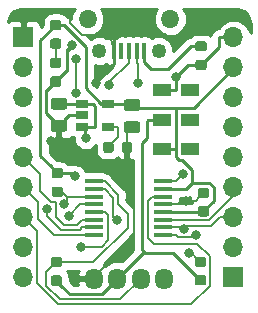
<source format=gtl>
G04 #@! TF.GenerationSoftware,KiCad,Pcbnew,(5.1.2)-1*
G04 #@! TF.CreationDate,2022-09-21T22:05:37+09:00*
G04 #@! TF.ProjectId,converter,636f6e76-6572-4746-9572-2e6b69636164,v2.0*
G04 #@! TF.SameCoordinates,Original*
G04 #@! TF.FileFunction,Copper,L1,Top*
G04 #@! TF.FilePolarity,Positive*
%FSLAX46Y46*%
G04 Gerber Fmt 4.6, Leading zero omitted, Abs format (unit mm)*
G04 Created by KiCad (PCBNEW (5.1.2)-1) date 2022-09-21 22:05:37*
%MOMM*%
%LPD*%
G04 APERTURE LIST*
%ADD10R,1.500000X0.450000*%
%ADD11C,0.100000*%
%ADD12C,0.975000*%
%ADD13C,0.875000*%
%ADD14O,1.250000X1.250000*%
%ADD15O,1.550000X1.550000*%
%ADD16R,0.400000X1.350000*%
%ADD17R,1.060000X0.650000*%
%ADD18O,1.524000X1.800000*%
%ADD19O,1.700000X1.700000*%
%ADD20R,1.700000X1.700000*%
%ADD21R,1.600000X1.000000*%
%ADD22C,0.800000*%
%ADD23C,0.200000*%
%ADD24C,0.270000*%
%ADD25C,0.280000*%
%ADD26C,0.254000*%
G04 APERTURE END LIST*
D10*
X110900000Y-141743000D03*
X110900000Y-142393000D03*
X110900000Y-143043000D03*
X110900000Y-143693000D03*
X110900000Y-144343000D03*
X110900000Y-144993000D03*
X110900000Y-145643000D03*
X110900000Y-146293000D03*
X105000000Y-146293000D03*
X105000000Y-145643000D03*
X105000000Y-144993000D03*
X105000000Y-144343000D03*
X105000000Y-143693000D03*
X105000000Y-143043000D03*
X105000000Y-142393000D03*
X105000000Y-141743000D03*
D11*
G36*
X102534142Y-136559174D02*
G01*
X102557803Y-136562684D01*
X102581007Y-136568496D01*
X102603529Y-136576554D01*
X102625153Y-136586782D01*
X102645670Y-136599079D01*
X102664883Y-136613329D01*
X102682607Y-136629393D01*
X102698671Y-136647117D01*
X102712921Y-136666330D01*
X102725218Y-136686847D01*
X102735446Y-136708471D01*
X102743504Y-136730993D01*
X102749316Y-136754197D01*
X102752826Y-136777858D01*
X102754000Y-136801750D01*
X102754000Y-137289250D01*
X102752826Y-137313142D01*
X102749316Y-137336803D01*
X102743504Y-137360007D01*
X102735446Y-137382529D01*
X102725218Y-137404153D01*
X102712921Y-137424670D01*
X102698671Y-137443883D01*
X102682607Y-137461607D01*
X102664883Y-137477671D01*
X102645670Y-137491921D01*
X102625153Y-137504218D01*
X102603529Y-137514446D01*
X102581007Y-137522504D01*
X102557803Y-137528316D01*
X102534142Y-137531826D01*
X102510250Y-137533000D01*
X101597750Y-137533000D01*
X101573858Y-137531826D01*
X101550197Y-137528316D01*
X101526993Y-137522504D01*
X101504471Y-137514446D01*
X101482847Y-137504218D01*
X101462330Y-137491921D01*
X101443117Y-137477671D01*
X101425393Y-137461607D01*
X101409329Y-137443883D01*
X101395079Y-137424670D01*
X101382782Y-137404153D01*
X101372554Y-137382529D01*
X101364496Y-137360007D01*
X101358684Y-137336803D01*
X101355174Y-137313142D01*
X101354000Y-137289250D01*
X101354000Y-136801750D01*
X101355174Y-136777858D01*
X101358684Y-136754197D01*
X101364496Y-136730993D01*
X101372554Y-136708471D01*
X101382782Y-136686847D01*
X101395079Y-136666330D01*
X101409329Y-136647117D01*
X101425393Y-136629393D01*
X101443117Y-136613329D01*
X101462330Y-136599079D01*
X101482847Y-136586782D01*
X101504471Y-136576554D01*
X101526993Y-136568496D01*
X101550197Y-136562684D01*
X101573858Y-136559174D01*
X101597750Y-136558000D01*
X102510250Y-136558000D01*
X102534142Y-136559174D01*
X102534142Y-136559174D01*
G37*
D12*
X102054000Y-137045500D03*
D11*
G36*
X102534142Y-134684174D02*
G01*
X102557803Y-134687684D01*
X102581007Y-134693496D01*
X102603529Y-134701554D01*
X102625153Y-134711782D01*
X102645670Y-134724079D01*
X102664883Y-134738329D01*
X102682607Y-134754393D01*
X102698671Y-134772117D01*
X102712921Y-134791330D01*
X102725218Y-134811847D01*
X102735446Y-134833471D01*
X102743504Y-134855993D01*
X102749316Y-134879197D01*
X102752826Y-134902858D01*
X102754000Y-134926750D01*
X102754000Y-135414250D01*
X102752826Y-135438142D01*
X102749316Y-135461803D01*
X102743504Y-135485007D01*
X102735446Y-135507529D01*
X102725218Y-135529153D01*
X102712921Y-135549670D01*
X102698671Y-135568883D01*
X102682607Y-135586607D01*
X102664883Y-135602671D01*
X102645670Y-135616921D01*
X102625153Y-135629218D01*
X102603529Y-135639446D01*
X102581007Y-135647504D01*
X102557803Y-135653316D01*
X102534142Y-135656826D01*
X102510250Y-135658000D01*
X101597750Y-135658000D01*
X101573858Y-135656826D01*
X101550197Y-135653316D01*
X101526993Y-135647504D01*
X101504471Y-135639446D01*
X101482847Y-135629218D01*
X101462330Y-135616921D01*
X101443117Y-135602671D01*
X101425393Y-135586607D01*
X101409329Y-135568883D01*
X101395079Y-135549670D01*
X101382782Y-135529153D01*
X101372554Y-135507529D01*
X101364496Y-135485007D01*
X101358684Y-135461803D01*
X101355174Y-135438142D01*
X101354000Y-135414250D01*
X101354000Y-134926750D01*
X101355174Y-134902858D01*
X101358684Y-134879197D01*
X101364496Y-134855993D01*
X101372554Y-134833471D01*
X101382782Y-134811847D01*
X101395079Y-134791330D01*
X101409329Y-134772117D01*
X101425393Y-134754393D01*
X101443117Y-134738329D01*
X101462330Y-134724079D01*
X101482847Y-134711782D01*
X101504471Y-134701554D01*
X101526993Y-134693496D01*
X101550197Y-134687684D01*
X101573858Y-134684174D01*
X101597750Y-134683000D01*
X102510250Y-134683000D01*
X102534142Y-134684174D01*
X102534142Y-134684174D01*
G37*
D12*
X102054000Y-135170500D03*
D11*
G36*
X106494691Y-138372053D02*
G01*
X106515926Y-138375203D01*
X106536750Y-138380419D01*
X106556962Y-138387651D01*
X106576368Y-138396830D01*
X106594781Y-138407866D01*
X106612024Y-138420654D01*
X106627930Y-138435070D01*
X106642346Y-138450976D01*
X106655134Y-138468219D01*
X106666170Y-138486632D01*
X106675349Y-138506038D01*
X106682581Y-138526250D01*
X106687797Y-138547074D01*
X106690947Y-138568309D01*
X106692000Y-138589750D01*
X106692000Y-139102250D01*
X106690947Y-139123691D01*
X106687797Y-139144926D01*
X106682581Y-139165750D01*
X106675349Y-139185962D01*
X106666170Y-139205368D01*
X106655134Y-139223781D01*
X106642346Y-139241024D01*
X106627930Y-139256930D01*
X106612024Y-139271346D01*
X106594781Y-139284134D01*
X106576368Y-139295170D01*
X106556962Y-139304349D01*
X106536750Y-139311581D01*
X106515926Y-139316797D01*
X106494691Y-139319947D01*
X106473250Y-139321000D01*
X106035750Y-139321000D01*
X106014309Y-139319947D01*
X105993074Y-139316797D01*
X105972250Y-139311581D01*
X105952038Y-139304349D01*
X105932632Y-139295170D01*
X105914219Y-139284134D01*
X105896976Y-139271346D01*
X105881070Y-139256930D01*
X105866654Y-139241024D01*
X105853866Y-139223781D01*
X105842830Y-139205368D01*
X105833651Y-139185962D01*
X105826419Y-139165750D01*
X105821203Y-139144926D01*
X105818053Y-139123691D01*
X105817000Y-139102250D01*
X105817000Y-138589750D01*
X105818053Y-138568309D01*
X105821203Y-138547074D01*
X105826419Y-138526250D01*
X105833651Y-138506038D01*
X105842830Y-138486632D01*
X105853866Y-138468219D01*
X105866654Y-138450976D01*
X105881070Y-138435070D01*
X105896976Y-138420654D01*
X105914219Y-138407866D01*
X105932632Y-138396830D01*
X105952038Y-138387651D01*
X105972250Y-138380419D01*
X105993074Y-138375203D01*
X106014309Y-138372053D01*
X106035750Y-138371000D01*
X106473250Y-138371000D01*
X106494691Y-138372053D01*
X106494691Y-138372053D01*
G37*
D13*
X106254500Y-138846000D03*
D11*
G36*
X108069691Y-138372053D02*
G01*
X108090926Y-138375203D01*
X108111750Y-138380419D01*
X108131962Y-138387651D01*
X108151368Y-138396830D01*
X108169781Y-138407866D01*
X108187024Y-138420654D01*
X108202930Y-138435070D01*
X108217346Y-138450976D01*
X108230134Y-138468219D01*
X108241170Y-138486632D01*
X108250349Y-138506038D01*
X108257581Y-138526250D01*
X108262797Y-138547074D01*
X108265947Y-138568309D01*
X108267000Y-138589750D01*
X108267000Y-139102250D01*
X108265947Y-139123691D01*
X108262797Y-139144926D01*
X108257581Y-139165750D01*
X108250349Y-139185962D01*
X108241170Y-139205368D01*
X108230134Y-139223781D01*
X108217346Y-139241024D01*
X108202930Y-139256930D01*
X108187024Y-139271346D01*
X108169781Y-139284134D01*
X108151368Y-139295170D01*
X108131962Y-139304349D01*
X108111750Y-139311581D01*
X108090926Y-139316797D01*
X108069691Y-139319947D01*
X108048250Y-139321000D01*
X107610750Y-139321000D01*
X107589309Y-139319947D01*
X107568074Y-139316797D01*
X107547250Y-139311581D01*
X107527038Y-139304349D01*
X107507632Y-139295170D01*
X107489219Y-139284134D01*
X107471976Y-139271346D01*
X107456070Y-139256930D01*
X107441654Y-139241024D01*
X107428866Y-139223781D01*
X107417830Y-139205368D01*
X107408651Y-139185962D01*
X107401419Y-139165750D01*
X107396203Y-139144926D01*
X107393053Y-139123691D01*
X107392000Y-139102250D01*
X107392000Y-138589750D01*
X107393053Y-138568309D01*
X107396203Y-138547074D01*
X107401419Y-138526250D01*
X107408651Y-138506038D01*
X107417830Y-138486632D01*
X107428866Y-138468219D01*
X107441654Y-138450976D01*
X107456070Y-138435070D01*
X107471976Y-138420654D01*
X107489219Y-138407866D01*
X107507632Y-138396830D01*
X107527038Y-138387651D01*
X107547250Y-138380419D01*
X107568074Y-138375203D01*
X107589309Y-138372053D01*
X107610750Y-138371000D01*
X108048250Y-138371000D01*
X108069691Y-138372053D01*
X108069691Y-138372053D01*
G37*
D13*
X107829500Y-138846000D03*
D11*
G36*
X108734142Y-136659174D02*
G01*
X108757803Y-136662684D01*
X108781007Y-136668496D01*
X108803529Y-136676554D01*
X108825153Y-136686782D01*
X108845670Y-136699079D01*
X108864883Y-136713329D01*
X108882607Y-136729393D01*
X108898671Y-136747117D01*
X108912921Y-136766330D01*
X108925218Y-136786847D01*
X108935446Y-136808471D01*
X108943504Y-136830993D01*
X108949316Y-136854197D01*
X108952826Y-136877858D01*
X108954000Y-136901750D01*
X108954000Y-137389250D01*
X108952826Y-137413142D01*
X108949316Y-137436803D01*
X108943504Y-137460007D01*
X108935446Y-137482529D01*
X108925218Y-137504153D01*
X108912921Y-137524670D01*
X108898671Y-137543883D01*
X108882607Y-137561607D01*
X108864883Y-137577671D01*
X108845670Y-137591921D01*
X108825153Y-137604218D01*
X108803529Y-137614446D01*
X108781007Y-137622504D01*
X108757803Y-137628316D01*
X108734142Y-137631826D01*
X108710250Y-137633000D01*
X107797750Y-137633000D01*
X107773858Y-137631826D01*
X107750197Y-137628316D01*
X107726993Y-137622504D01*
X107704471Y-137614446D01*
X107682847Y-137604218D01*
X107662330Y-137591921D01*
X107643117Y-137577671D01*
X107625393Y-137561607D01*
X107609329Y-137543883D01*
X107595079Y-137524670D01*
X107582782Y-137504153D01*
X107572554Y-137482529D01*
X107564496Y-137460007D01*
X107558684Y-137436803D01*
X107555174Y-137413142D01*
X107554000Y-137389250D01*
X107554000Y-136901750D01*
X107555174Y-136877858D01*
X107558684Y-136854197D01*
X107564496Y-136830993D01*
X107572554Y-136808471D01*
X107582782Y-136786847D01*
X107595079Y-136766330D01*
X107609329Y-136747117D01*
X107625393Y-136729393D01*
X107643117Y-136713329D01*
X107662330Y-136699079D01*
X107682847Y-136686782D01*
X107704471Y-136676554D01*
X107726993Y-136668496D01*
X107750197Y-136662684D01*
X107773858Y-136659174D01*
X107797750Y-136658000D01*
X108710250Y-136658000D01*
X108734142Y-136659174D01*
X108734142Y-136659174D01*
G37*
D12*
X108254000Y-137145500D03*
D11*
G36*
X108734142Y-134784174D02*
G01*
X108757803Y-134787684D01*
X108781007Y-134793496D01*
X108803529Y-134801554D01*
X108825153Y-134811782D01*
X108845670Y-134824079D01*
X108864883Y-134838329D01*
X108882607Y-134854393D01*
X108898671Y-134872117D01*
X108912921Y-134891330D01*
X108925218Y-134911847D01*
X108935446Y-134933471D01*
X108943504Y-134955993D01*
X108949316Y-134979197D01*
X108952826Y-135002858D01*
X108954000Y-135026750D01*
X108954000Y-135514250D01*
X108952826Y-135538142D01*
X108949316Y-135561803D01*
X108943504Y-135585007D01*
X108935446Y-135607529D01*
X108925218Y-135629153D01*
X108912921Y-135649670D01*
X108898671Y-135668883D01*
X108882607Y-135686607D01*
X108864883Y-135702671D01*
X108845670Y-135716921D01*
X108825153Y-135729218D01*
X108803529Y-135739446D01*
X108781007Y-135747504D01*
X108757803Y-135753316D01*
X108734142Y-135756826D01*
X108710250Y-135758000D01*
X107797750Y-135758000D01*
X107773858Y-135756826D01*
X107750197Y-135753316D01*
X107726993Y-135747504D01*
X107704471Y-135739446D01*
X107682847Y-135729218D01*
X107662330Y-135716921D01*
X107643117Y-135702671D01*
X107625393Y-135686607D01*
X107609329Y-135668883D01*
X107595079Y-135649670D01*
X107582782Y-135629153D01*
X107572554Y-135607529D01*
X107564496Y-135585007D01*
X107558684Y-135561803D01*
X107555174Y-135538142D01*
X107554000Y-135514250D01*
X107554000Y-135026750D01*
X107555174Y-135002858D01*
X107558684Y-134979197D01*
X107564496Y-134955993D01*
X107572554Y-134933471D01*
X107582782Y-134911847D01*
X107595079Y-134891330D01*
X107609329Y-134872117D01*
X107625393Y-134854393D01*
X107643117Y-134838329D01*
X107662330Y-134824079D01*
X107682847Y-134811782D01*
X107704471Y-134801554D01*
X107726993Y-134793496D01*
X107750197Y-134787684D01*
X107773858Y-134784174D01*
X107797750Y-134783000D01*
X108710250Y-134783000D01*
X108734142Y-134784174D01*
X108734142Y-134784174D01*
G37*
D12*
X108254000Y-135270500D03*
D11*
G36*
X102077691Y-129639053D02*
G01*
X102098926Y-129642203D01*
X102119750Y-129647419D01*
X102139962Y-129654651D01*
X102159368Y-129663830D01*
X102177781Y-129674866D01*
X102195024Y-129687654D01*
X102210930Y-129702070D01*
X102225346Y-129717976D01*
X102238134Y-129735219D01*
X102249170Y-129753632D01*
X102258349Y-129773038D01*
X102265581Y-129793250D01*
X102270797Y-129814074D01*
X102273947Y-129835309D01*
X102275000Y-129856750D01*
X102275000Y-130294250D01*
X102273947Y-130315691D01*
X102270797Y-130336926D01*
X102265581Y-130357750D01*
X102258349Y-130377962D01*
X102249170Y-130397368D01*
X102238134Y-130415781D01*
X102225346Y-130433024D01*
X102210930Y-130448930D01*
X102195024Y-130463346D01*
X102177781Y-130476134D01*
X102159368Y-130487170D01*
X102139962Y-130496349D01*
X102119750Y-130503581D01*
X102098926Y-130508797D01*
X102077691Y-130511947D01*
X102056250Y-130513000D01*
X101543750Y-130513000D01*
X101522309Y-130511947D01*
X101501074Y-130508797D01*
X101480250Y-130503581D01*
X101460038Y-130496349D01*
X101440632Y-130487170D01*
X101422219Y-130476134D01*
X101404976Y-130463346D01*
X101389070Y-130448930D01*
X101374654Y-130433024D01*
X101361866Y-130415781D01*
X101350830Y-130397368D01*
X101341651Y-130377962D01*
X101334419Y-130357750D01*
X101329203Y-130336926D01*
X101326053Y-130315691D01*
X101325000Y-130294250D01*
X101325000Y-129856750D01*
X101326053Y-129835309D01*
X101329203Y-129814074D01*
X101334419Y-129793250D01*
X101341651Y-129773038D01*
X101350830Y-129753632D01*
X101361866Y-129735219D01*
X101374654Y-129717976D01*
X101389070Y-129702070D01*
X101404976Y-129687654D01*
X101422219Y-129674866D01*
X101440632Y-129663830D01*
X101460038Y-129654651D01*
X101480250Y-129647419D01*
X101501074Y-129642203D01*
X101522309Y-129639053D01*
X101543750Y-129638000D01*
X102056250Y-129638000D01*
X102077691Y-129639053D01*
X102077691Y-129639053D01*
G37*
D13*
X101800000Y-130075500D03*
D11*
G36*
X102077691Y-128064053D02*
G01*
X102098926Y-128067203D01*
X102119750Y-128072419D01*
X102139962Y-128079651D01*
X102159368Y-128088830D01*
X102177781Y-128099866D01*
X102195024Y-128112654D01*
X102210930Y-128127070D01*
X102225346Y-128142976D01*
X102238134Y-128160219D01*
X102249170Y-128178632D01*
X102258349Y-128198038D01*
X102265581Y-128218250D01*
X102270797Y-128239074D01*
X102273947Y-128260309D01*
X102275000Y-128281750D01*
X102275000Y-128719250D01*
X102273947Y-128740691D01*
X102270797Y-128761926D01*
X102265581Y-128782750D01*
X102258349Y-128802962D01*
X102249170Y-128822368D01*
X102238134Y-128840781D01*
X102225346Y-128858024D01*
X102210930Y-128873930D01*
X102195024Y-128888346D01*
X102177781Y-128901134D01*
X102159368Y-128912170D01*
X102139962Y-128921349D01*
X102119750Y-128928581D01*
X102098926Y-128933797D01*
X102077691Y-128936947D01*
X102056250Y-128938000D01*
X101543750Y-128938000D01*
X101522309Y-128936947D01*
X101501074Y-128933797D01*
X101480250Y-128928581D01*
X101460038Y-128921349D01*
X101440632Y-128912170D01*
X101422219Y-128901134D01*
X101404976Y-128888346D01*
X101389070Y-128873930D01*
X101374654Y-128858024D01*
X101361866Y-128840781D01*
X101350830Y-128822368D01*
X101341651Y-128802962D01*
X101334419Y-128782750D01*
X101329203Y-128761926D01*
X101326053Y-128740691D01*
X101325000Y-128719250D01*
X101325000Y-128281750D01*
X101326053Y-128260309D01*
X101329203Y-128239074D01*
X101334419Y-128218250D01*
X101341651Y-128198038D01*
X101350830Y-128178632D01*
X101361866Y-128160219D01*
X101374654Y-128142976D01*
X101389070Y-128127070D01*
X101404976Y-128112654D01*
X101422219Y-128099866D01*
X101440632Y-128088830D01*
X101460038Y-128079651D01*
X101480250Y-128072419D01*
X101501074Y-128067203D01*
X101522309Y-128064053D01*
X101543750Y-128063000D01*
X102056250Y-128063000D01*
X102077691Y-128064053D01*
X102077691Y-128064053D01*
G37*
D13*
X101800000Y-128500500D03*
D14*
X105500000Y-130700000D03*
X110500000Y-130700000D03*
D15*
X104500000Y-128000000D03*
X111500000Y-128000000D03*
D16*
X106700000Y-130700000D03*
X107350000Y-130700000D03*
X108000000Y-130700000D03*
X108650000Y-130700000D03*
X109300000Y-130700000D03*
D11*
G36*
X114377691Y-129864053D02*
G01*
X114398926Y-129867203D01*
X114419750Y-129872419D01*
X114439962Y-129879651D01*
X114459368Y-129888830D01*
X114477781Y-129899866D01*
X114495024Y-129912654D01*
X114510930Y-129927070D01*
X114525346Y-129942976D01*
X114538134Y-129960219D01*
X114549170Y-129978632D01*
X114558349Y-129998038D01*
X114565581Y-130018250D01*
X114570797Y-130039074D01*
X114573947Y-130060309D01*
X114575000Y-130081750D01*
X114575000Y-130519250D01*
X114573947Y-130540691D01*
X114570797Y-130561926D01*
X114565581Y-130582750D01*
X114558349Y-130602962D01*
X114549170Y-130622368D01*
X114538134Y-130640781D01*
X114525346Y-130658024D01*
X114510930Y-130673930D01*
X114495024Y-130688346D01*
X114477781Y-130701134D01*
X114459368Y-130712170D01*
X114439962Y-130721349D01*
X114419750Y-130728581D01*
X114398926Y-130733797D01*
X114377691Y-130736947D01*
X114356250Y-130738000D01*
X113843750Y-130738000D01*
X113822309Y-130736947D01*
X113801074Y-130733797D01*
X113780250Y-130728581D01*
X113760038Y-130721349D01*
X113740632Y-130712170D01*
X113722219Y-130701134D01*
X113704976Y-130688346D01*
X113689070Y-130673930D01*
X113674654Y-130658024D01*
X113661866Y-130640781D01*
X113650830Y-130622368D01*
X113641651Y-130602962D01*
X113634419Y-130582750D01*
X113629203Y-130561926D01*
X113626053Y-130540691D01*
X113625000Y-130519250D01*
X113625000Y-130081750D01*
X113626053Y-130060309D01*
X113629203Y-130039074D01*
X113634419Y-130018250D01*
X113641651Y-129998038D01*
X113650830Y-129978632D01*
X113661866Y-129960219D01*
X113674654Y-129942976D01*
X113689070Y-129927070D01*
X113704976Y-129912654D01*
X113722219Y-129899866D01*
X113740632Y-129888830D01*
X113760038Y-129879651D01*
X113780250Y-129872419D01*
X113801074Y-129867203D01*
X113822309Y-129864053D01*
X113843750Y-129863000D01*
X114356250Y-129863000D01*
X114377691Y-129864053D01*
X114377691Y-129864053D01*
G37*
D13*
X114100000Y-130300500D03*
D11*
G36*
X114377691Y-131439053D02*
G01*
X114398926Y-131442203D01*
X114419750Y-131447419D01*
X114439962Y-131454651D01*
X114459368Y-131463830D01*
X114477781Y-131474866D01*
X114495024Y-131487654D01*
X114510930Y-131502070D01*
X114525346Y-131517976D01*
X114538134Y-131535219D01*
X114549170Y-131553632D01*
X114558349Y-131573038D01*
X114565581Y-131593250D01*
X114570797Y-131614074D01*
X114573947Y-131635309D01*
X114575000Y-131656750D01*
X114575000Y-132094250D01*
X114573947Y-132115691D01*
X114570797Y-132136926D01*
X114565581Y-132157750D01*
X114558349Y-132177962D01*
X114549170Y-132197368D01*
X114538134Y-132215781D01*
X114525346Y-132233024D01*
X114510930Y-132248930D01*
X114495024Y-132263346D01*
X114477781Y-132276134D01*
X114459368Y-132287170D01*
X114439962Y-132296349D01*
X114419750Y-132303581D01*
X114398926Y-132308797D01*
X114377691Y-132311947D01*
X114356250Y-132313000D01*
X113843750Y-132313000D01*
X113822309Y-132311947D01*
X113801074Y-132308797D01*
X113780250Y-132303581D01*
X113760038Y-132296349D01*
X113740632Y-132287170D01*
X113722219Y-132276134D01*
X113704976Y-132263346D01*
X113689070Y-132248930D01*
X113674654Y-132233024D01*
X113661866Y-132215781D01*
X113650830Y-132197368D01*
X113641651Y-132177962D01*
X113634419Y-132157750D01*
X113629203Y-132136926D01*
X113626053Y-132115691D01*
X113625000Y-132094250D01*
X113625000Y-131656750D01*
X113626053Y-131635309D01*
X113629203Y-131614074D01*
X113634419Y-131593250D01*
X113641651Y-131573038D01*
X113650830Y-131553632D01*
X113661866Y-131535219D01*
X113674654Y-131517976D01*
X113689070Y-131502070D01*
X113704976Y-131487654D01*
X113722219Y-131474866D01*
X113740632Y-131463830D01*
X113760038Y-131454651D01*
X113780250Y-131447419D01*
X113801074Y-131442203D01*
X113822309Y-131439053D01*
X113843750Y-131438000D01*
X114356250Y-131438000D01*
X114377691Y-131439053D01*
X114377691Y-131439053D01*
G37*
D13*
X114100000Y-131875500D03*
D11*
G36*
X102077691Y-131264053D02*
G01*
X102098926Y-131267203D01*
X102119750Y-131272419D01*
X102139962Y-131279651D01*
X102159368Y-131288830D01*
X102177781Y-131299866D01*
X102195024Y-131312654D01*
X102210930Y-131327070D01*
X102225346Y-131342976D01*
X102238134Y-131360219D01*
X102249170Y-131378632D01*
X102258349Y-131398038D01*
X102265581Y-131418250D01*
X102270797Y-131439074D01*
X102273947Y-131460309D01*
X102275000Y-131481750D01*
X102275000Y-131919250D01*
X102273947Y-131940691D01*
X102270797Y-131961926D01*
X102265581Y-131982750D01*
X102258349Y-132002962D01*
X102249170Y-132022368D01*
X102238134Y-132040781D01*
X102225346Y-132058024D01*
X102210930Y-132073930D01*
X102195024Y-132088346D01*
X102177781Y-132101134D01*
X102159368Y-132112170D01*
X102139962Y-132121349D01*
X102119750Y-132128581D01*
X102098926Y-132133797D01*
X102077691Y-132136947D01*
X102056250Y-132138000D01*
X101543750Y-132138000D01*
X101522309Y-132136947D01*
X101501074Y-132133797D01*
X101480250Y-132128581D01*
X101460038Y-132121349D01*
X101440632Y-132112170D01*
X101422219Y-132101134D01*
X101404976Y-132088346D01*
X101389070Y-132073930D01*
X101374654Y-132058024D01*
X101361866Y-132040781D01*
X101350830Y-132022368D01*
X101341651Y-132002962D01*
X101334419Y-131982750D01*
X101329203Y-131961926D01*
X101326053Y-131940691D01*
X101325000Y-131919250D01*
X101325000Y-131481750D01*
X101326053Y-131460309D01*
X101329203Y-131439074D01*
X101334419Y-131418250D01*
X101341651Y-131398038D01*
X101350830Y-131378632D01*
X101361866Y-131360219D01*
X101374654Y-131342976D01*
X101389070Y-131327070D01*
X101404976Y-131312654D01*
X101422219Y-131299866D01*
X101440632Y-131288830D01*
X101460038Y-131279651D01*
X101480250Y-131272419D01*
X101501074Y-131267203D01*
X101522309Y-131264053D01*
X101543750Y-131263000D01*
X102056250Y-131263000D01*
X102077691Y-131264053D01*
X102077691Y-131264053D01*
G37*
D13*
X101800000Y-131700500D03*
D11*
G36*
X102077691Y-132839053D02*
G01*
X102098926Y-132842203D01*
X102119750Y-132847419D01*
X102139962Y-132854651D01*
X102159368Y-132863830D01*
X102177781Y-132874866D01*
X102195024Y-132887654D01*
X102210930Y-132902070D01*
X102225346Y-132917976D01*
X102238134Y-132935219D01*
X102249170Y-132953632D01*
X102258349Y-132973038D01*
X102265581Y-132993250D01*
X102270797Y-133014074D01*
X102273947Y-133035309D01*
X102275000Y-133056750D01*
X102275000Y-133494250D01*
X102273947Y-133515691D01*
X102270797Y-133536926D01*
X102265581Y-133557750D01*
X102258349Y-133577962D01*
X102249170Y-133597368D01*
X102238134Y-133615781D01*
X102225346Y-133633024D01*
X102210930Y-133648930D01*
X102195024Y-133663346D01*
X102177781Y-133676134D01*
X102159368Y-133687170D01*
X102139962Y-133696349D01*
X102119750Y-133703581D01*
X102098926Y-133708797D01*
X102077691Y-133711947D01*
X102056250Y-133713000D01*
X101543750Y-133713000D01*
X101522309Y-133711947D01*
X101501074Y-133708797D01*
X101480250Y-133703581D01*
X101460038Y-133696349D01*
X101440632Y-133687170D01*
X101422219Y-133676134D01*
X101404976Y-133663346D01*
X101389070Y-133648930D01*
X101374654Y-133633024D01*
X101361866Y-133615781D01*
X101350830Y-133597368D01*
X101341651Y-133577962D01*
X101334419Y-133557750D01*
X101329203Y-133536926D01*
X101326053Y-133515691D01*
X101325000Y-133494250D01*
X101325000Y-133056750D01*
X101326053Y-133035309D01*
X101329203Y-133014074D01*
X101334419Y-132993250D01*
X101341651Y-132973038D01*
X101350830Y-132953632D01*
X101361866Y-132935219D01*
X101374654Y-132917976D01*
X101389070Y-132902070D01*
X101404976Y-132887654D01*
X101422219Y-132874866D01*
X101440632Y-132863830D01*
X101460038Y-132854651D01*
X101480250Y-132847419D01*
X101501074Y-132842203D01*
X101522309Y-132839053D01*
X101543750Y-132838000D01*
X102056250Y-132838000D01*
X102077691Y-132839053D01*
X102077691Y-132839053D01*
G37*
D13*
X101800000Y-133275500D03*
D17*
X104054000Y-135196000D03*
X104054000Y-136146000D03*
X104054000Y-137096000D03*
X106254000Y-137096000D03*
X106254000Y-135196000D03*
D18*
X111000000Y-150000000D03*
X109000000Y-150000000D03*
X107000000Y-150000000D03*
X105000000Y-150000000D03*
D19*
X99060000Y-149860000D03*
X99060000Y-147320000D03*
X99060000Y-144780000D03*
X99060000Y-142240000D03*
X99060000Y-139700000D03*
X99060000Y-137160000D03*
X99060000Y-134620000D03*
X99060000Y-132080000D03*
D20*
X99060000Y-129540000D03*
X116840000Y-149860000D03*
D19*
X116840000Y-147320000D03*
X116840000Y-144780000D03*
X116840000Y-142240000D03*
X116840000Y-139700000D03*
X116840000Y-137160000D03*
X116840000Y-134620000D03*
X116840000Y-132080000D03*
X116840000Y-129540000D03*
D11*
G36*
X102201691Y-142173053D02*
G01*
X102222926Y-142176203D01*
X102243750Y-142181419D01*
X102263962Y-142188651D01*
X102283368Y-142197830D01*
X102301781Y-142208866D01*
X102319024Y-142221654D01*
X102334930Y-142236070D01*
X102349346Y-142251976D01*
X102362134Y-142269219D01*
X102373170Y-142287632D01*
X102382349Y-142307038D01*
X102389581Y-142327250D01*
X102394797Y-142348074D01*
X102397947Y-142369309D01*
X102399000Y-142390750D01*
X102399000Y-142828250D01*
X102397947Y-142849691D01*
X102394797Y-142870926D01*
X102389581Y-142891750D01*
X102382349Y-142911962D01*
X102373170Y-142931368D01*
X102362134Y-142949781D01*
X102349346Y-142967024D01*
X102334930Y-142982930D01*
X102319024Y-142997346D01*
X102301781Y-143010134D01*
X102283368Y-143021170D01*
X102263962Y-143030349D01*
X102243750Y-143037581D01*
X102222926Y-143042797D01*
X102201691Y-143045947D01*
X102180250Y-143047000D01*
X101667750Y-143047000D01*
X101646309Y-143045947D01*
X101625074Y-143042797D01*
X101604250Y-143037581D01*
X101584038Y-143030349D01*
X101564632Y-143021170D01*
X101546219Y-143010134D01*
X101528976Y-142997346D01*
X101513070Y-142982930D01*
X101498654Y-142967024D01*
X101485866Y-142949781D01*
X101474830Y-142931368D01*
X101465651Y-142911962D01*
X101458419Y-142891750D01*
X101453203Y-142870926D01*
X101450053Y-142849691D01*
X101449000Y-142828250D01*
X101449000Y-142390750D01*
X101450053Y-142369309D01*
X101453203Y-142348074D01*
X101458419Y-142327250D01*
X101465651Y-142307038D01*
X101474830Y-142287632D01*
X101485866Y-142269219D01*
X101498654Y-142251976D01*
X101513070Y-142236070D01*
X101528976Y-142221654D01*
X101546219Y-142208866D01*
X101564632Y-142197830D01*
X101584038Y-142188651D01*
X101604250Y-142181419D01*
X101625074Y-142176203D01*
X101646309Y-142173053D01*
X101667750Y-142172000D01*
X102180250Y-142172000D01*
X102201691Y-142173053D01*
X102201691Y-142173053D01*
G37*
D13*
X101924000Y-142609500D03*
D11*
G36*
X102201691Y-140598053D02*
G01*
X102222926Y-140601203D01*
X102243750Y-140606419D01*
X102263962Y-140613651D01*
X102283368Y-140622830D01*
X102301781Y-140633866D01*
X102319024Y-140646654D01*
X102334930Y-140661070D01*
X102349346Y-140676976D01*
X102362134Y-140694219D01*
X102373170Y-140712632D01*
X102382349Y-140732038D01*
X102389581Y-140752250D01*
X102394797Y-140773074D01*
X102397947Y-140794309D01*
X102399000Y-140815750D01*
X102399000Y-141253250D01*
X102397947Y-141274691D01*
X102394797Y-141295926D01*
X102389581Y-141316750D01*
X102382349Y-141336962D01*
X102373170Y-141356368D01*
X102362134Y-141374781D01*
X102349346Y-141392024D01*
X102334930Y-141407930D01*
X102319024Y-141422346D01*
X102301781Y-141435134D01*
X102283368Y-141446170D01*
X102263962Y-141455349D01*
X102243750Y-141462581D01*
X102222926Y-141467797D01*
X102201691Y-141470947D01*
X102180250Y-141472000D01*
X101667750Y-141472000D01*
X101646309Y-141470947D01*
X101625074Y-141467797D01*
X101604250Y-141462581D01*
X101584038Y-141455349D01*
X101564632Y-141446170D01*
X101546219Y-141435134D01*
X101528976Y-141422346D01*
X101513070Y-141407930D01*
X101498654Y-141392024D01*
X101485866Y-141374781D01*
X101474830Y-141356368D01*
X101465651Y-141336962D01*
X101458419Y-141316750D01*
X101453203Y-141295926D01*
X101450053Y-141274691D01*
X101449000Y-141253250D01*
X101449000Y-140815750D01*
X101450053Y-140794309D01*
X101453203Y-140773074D01*
X101458419Y-140752250D01*
X101465651Y-140732038D01*
X101474830Y-140712632D01*
X101485866Y-140694219D01*
X101498654Y-140676976D01*
X101513070Y-140661070D01*
X101528976Y-140646654D01*
X101546219Y-140633866D01*
X101564632Y-140622830D01*
X101584038Y-140613651D01*
X101604250Y-140606419D01*
X101625074Y-140601203D01*
X101646309Y-140598053D01*
X101667750Y-140597000D01*
X102180250Y-140597000D01*
X102201691Y-140598053D01*
X102201691Y-140598053D01*
G37*
D13*
X101924000Y-141034500D03*
D11*
G36*
X102131691Y-149703053D02*
G01*
X102152926Y-149706203D01*
X102173750Y-149711419D01*
X102193962Y-149718651D01*
X102213368Y-149727830D01*
X102231781Y-149738866D01*
X102249024Y-149751654D01*
X102264930Y-149766070D01*
X102279346Y-149781976D01*
X102292134Y-149799219D01*
X102303170Y-149817632D01*
X102312349Y-149837038D01*
X102319581Y-149857250D01*
X102324797Y-149878074D01*
X102327947Y-149899309D01*
X102329000Y-149920750D01*
X102329000Y-150358250D01*
X102327947Y-150379691D01*
X102324797Y-150400926D01*
X102319581Y-150421750D01*
X102312349Y-150441962D01*
X102303170Y-150461368D01*
X102292134Y-150479781D01*
X102279346Y-150497024D01*
X102264930Y-150512930D01*
X102249024Y-150527346D01*
X102231781Y-150540134D01*
X102213368Y-150551170D01*
X102193962Y-150560349D01*
X102173750Y-150567581D01*
X102152926Y-150572797D01*
X102131691Y-150575947D01*
X102110250Y-150577000D01*
X101597750Y-150577000D01*
X101576309Y-150575947D01*
X101555074Y-150572797D01*
X101534250Y-150567581D01*
X101514038Y-150560349D01*
X101494632Y-150551170D01*
X101476219Y-150540134D01*
X101458976Y-150527346D01*
X101443070Y-150512930D01*
X101428654Y-150497024D01*
X101415866Y-150479781D01*
X101404830Y-150461368D01*
X101395651Y-150441962D01*
X101388419Y-150421750D01*
X101383203Y-150400926D01*
X101380053Y-150379691D01*
X101379000Y-150358250D01*
X101379000Y-149920750D01*
X101380053Y-149899309D01*
X101383203Y-149878074D01*
X101388419Y-149857250D01*
X101395651Y-149837038D01*
X101404830Y-149817632D01*
X101415866Y-149799219D01*
X101428654Y-149781976D01*
X101443070Y-149766070D01*
X101458976Y-149751654D01*
X101476219Y-149738866D01*
X101494632Y-149727830D01*
X101514038Y-149718651D01*
X101534250Y-149711419D01*
X101555074Y-149706203D01*
X101576309Y-149703053D01*
X101597750Y-149702000D01*
X102110250Y-149702000D01*
X102131691Y-149703053D01*
X102131691Y-149703053D01*
G37*
D13*
X101854000Y-150139500D03*
D11*
G36*
X102131691Y-148128053D02*
G01*
X102152926Y-148131203D01*
X102173750Y-148136419D01*
X102193962Y-148143651D01*
X102213368Y-148152830D01*
X102231781Y-148163866D01*
X102249024Y-148176654D01*
X102264930Y-148191070D01*
X102279346Y-148206976D01*
X102292134Y-148224219D01*
X102303170Y-148242632D01*
X102312349Y-148262038D01*
X102319581Y-148282250D01*
X102324797Y-148303074D01*
X102327947Y-148324309D01*
X102329000Y-148345750D01*
X102329000Y-148783250D01*
X102327947Y-148804691D01*
X102324797Y-148825926D01*
X102319581Y-148846750D01*
X102312349Y-148866962D01*
X102303170Y-148886368D01*
X102292134Y-148904781D01*
X102279346Y-148922024D01*
X102264930Y-148937930D01*
X102249024Y-148952346D01*
X102231781Y-148965134D01*
X102213368Y-148976170D01*
X102193962Y-148985349D01*
X102173750Y-148992581D01*
X102152926Y-148997797D01*
X102131691Y-149000947D01*
X102110250Y-149002000D01*
X101597750Y-149002000D01*
X101576309Y-149000947D01*
X101555074Y-148997797D01*
X101534250Y-148992581D01*
X101514038Y-148985349D01*
X101494632Y-148976170D01*
X101476219Y-148965134D01*
X101458976Y-148952346D01*
X101443070Y-148937930D01*
X101428654Y-148922024D01*
X101415866Y-148904781D01*
X101404830Y-148886368D01*
X101395651Y-148866962D01*
X101388419Y-148846750D01*
X101383203Y-148825926D01*
X101380053Y-148804691D01*
X101379000Y-148783250D01*
X101379000Y-148345750D01*
X101380053Y-148324309D01*
X101383203Y-148303074D01*
X101388419Y-148282250D01*
X101395651Y-148262038D01*
X101404830Y-148242632D01*
X101415866Y-148224219D01*
X101428654Y-148206976D01*
X101443070Y-148191070D01*
X101458976Y-148176654D01*
X101476219Y-148163866D01*
X101494632Y-148152830D01*
X101514038Y-148143651D01*
X101534250Y-148136419D01*
X101555074Y-148131203D01*
X101576309Y-148128053D01*
X101597750Y-148127000D01*
X102110250Y-148127000D01*
X102131691Y-148128053D01*
X102131691Y-148128053D01*
G37*
D13*
X101854000Y-148564500D03*
D11*
G36*
X114323691Y-149677053D02*
G01*
X114344926Y-149680203D01*
X114365750Y-149685419D01*
X114385962Y-149692651D01*
X114405368Y-149701830D01*
X114423781Y-149712866D01*
X114441024Y-149725654D01*
X114456930Y-149740070D01*
X114471346Y-149755976D01*
X114484134Y-149773219D01*
X114495170Y-149791632D01*
X114504349Y-149811038D01*
X114511581Y-149831250D01*
X114516797Y-149852074D01*
X114519947Y-149873309D01*
X114521000Y-149894750D01*
X114521000Y-150332250D01*
X114519947Y-150353691D01*
X114516797Y-150374926D01*
X114511581Y-150395750D01*
X114504349Y-150415962D01*
X114495170Y-150435368D01*
X114484134Y-150453781D01*
X114471346Y-150471024D01*
X114456930Y-150486930D01*
X114441024Y-150501346D01*
X114423781Y-150514134D01*
X114405368Y-150525170D01*
X114385962Y-150534349D01*
X114365750Y-150541581D01*
X114344926Y-150546797D01*
X114323691Y-150549947D01*
X114302250Y-150551000D01*
X113789750Y-150551000D01*
X113768309Y-150549947D01*
X113747074Y-150546797D01*
X113726250Y-150541581D01*
X113706038Y-150534349D01*
X113686632Y-150525170D01*
X113668219Y-150514134D01*
X113650976Y-150501346D01*
X113635070Y-150486930D01*
X113620654Y-150471024D01*
X113607866Y-150453781D01*
X113596830Y-150435368D01*
X113587651Y-150415962D01*
X113580419Y-150395750D01*
X113575203Y-150374926D01*
X113572053Y-150353691D01*
X113571000Y-150332250D01*
X113571000Y-149894750D01*
X113572053Y-149873309D01*
X113575203Y-149852074D01*
X113580419Y-149831250D01*
X113587651Y-149811038D01*
X113596830Y-149791632D01*
X113607866Y-149773219D01*
X113620654Y-149755976D01*
X113635070Y-149740070D01*
X113650976Y-149725654D01*
X113668219Y-149712866D01*
X113686632Y-149701830D01*
X113706038Y-149692651D01*
X113726250Y-149685419D01*
X113747074Y-149680203D01*
X113768309Y-149677053D01*
X113789750Y-149676000D01*
X114302250Y-149676000D01*
X114323691Y-149677053D01*
X114323691Y-149677053D01*
G37*
D13*
X114046000Y-150113500D03*
D11*
G36*
X114323691Y-148102053D02*
G01*
X114344926Y-148105203D01*
X114365750Y-148110419D01*
X114385962Y-148117651D01*
X114405368Y-148126830D01*
X114423781Y-148137866D01*
X114441024Y-148150654D01*
X114456930Y-148165070D01*
X114471346Y-148180976D01*
X114484134Y-148198219D01*
X114495170Y-148216632D01*
X114504349Y-148236038D01*
X114511581Y-148256250D01*
X114516797Y-148277074D01*
X114519947Y-148298309D01*
X114521000Y-148319750D01*
X114521000Y-148757250D01*
X114519947Y-148778691D01*
X114516797Y-148799926D01*
X114511581Y-148820750D01*
X114504349Y-148840962D01*
X114495170Y-148860368D01*
X114484134Y-148878781D01*
X114471346Y-148896024D01*
X114456930Y-148911930D01*
X114441024Y-148926346D01*
X114423781Y-148939134D01*
X114405368Y-148950170D01*
X114385962Y-148959349D01*
X114365750Y-148966581D01*
X114344926Y-148971797D01*
X114323691Y-148974947D01*
X114302250Y-148976000D01*
X113789750Y-148976000D01*
X113768309Y-148974947D01*
X113747074Y-148971797D01*
X113726250Y-148966581D01*
X113706038Y-148959349D01*
X113686632Y-148950170D01*
X113668219Y-148939134D01*
X113650976Y-148926346D01*
X113635070Y-148911930D01*
X113620654Y-148896024D01*
X113607866Y-148878781D01*
X113596830Y-148860368D01*
X113587651Y-148840962D01*
X113580419Y-148820750D01*
X113575203Y-148799926D01*
X113572053Y-148778691D01*
X113571000Y-148757250D01*
X113571000Y-148319750D01*
X113572053Y-148298309D01*
X113575203Y-148277074D01*
X113580419Y-148256250D01*
X113587651Y-148236038D01*
X113596830Y-148216632D01*
X113607866Y-148198219D01*
X113620654Y-148180976D01*
X113635070Y-148165070D01*
X113650976Y-148150654D01*
X113668219Y-148137866D01*
X113686632Y-148126830D01*
X113706038Y-148117651D01*
X113726250Y-148110419D01*
X113747074Y-148105203D01*
X113768309Y-148102053D01*
X113789750Y-148101000D01*
X114302250Y-148101000D01*
X114323691Y-148102053D01*
X114323691Y-148102053D01*
G37*
D13*
X114046000Y-148538500D03*
D21*
X110800000Y-139000000D03*
X110800000Y-136500000D03*
X110800000Y-134000000D03*
X113200000Y-139000000D03*
X113200000Y-136500000D03*
X113200000Y-134000000D03*
D11*
G36*
X114577691Y-143839053D02*
G01*
X114598926Y-143842203D01*
X114619750Y-143847419D01*
X114639962Y-143854651D01*
X114659368Y-143863830D01*
X114677781Y-143874866D01*
X114695024Y-143887654D01*
X114710930Y-143902070D01*
X114725346Y-143917976D01*
X114738134Y-143935219D01*
X114749170Y-143953632D01*
X114758349Y-143973038D01*
X114765581Y-143993250D01*
X114770797Y-144014074D01*
X114773947Y-144035309D01*
X114775000Y-144056750D01*
X114775000Y-144494250D01*
X114773947Y-144515691D01*
X114770797Y-144536926D01*
X114765581Y-144557750D01*
X114758349Y-144577962D01*
X114749170Y-144597368D01*
X114738134Y-144615781D01*
X114725346Y-144633024D01*
X114710930Y-144648930D01*
X114695024Y-144663346D01*
X114677781Y-144676134D01*
X114659368Y-144687170D01*
X114639962Y-144696349D01*
X114619750Y-144703581D01*
X114598926Y-144708797D01*
X114577691Y-144711947D01*
X114556250Y-144713000D01*
X114043750Y-144713000D01*
X114022309Y-144711947D01*
X114001074Y-144708797D01*
X113980250Y-144703581D01*
X113960038Y-144696349D01*
X113940632Y-144687170D01*
X113922219Y-144676134D01*
X113904976Y-144663346D01*
X113889070Y-144648930D01*
X113874654Y-144633024D01*
X113861866Y-144615781D01*
X113850830Y-144597368D01*
X113841651Y-144577962D01*
X113834419Y-144557750D01*
X113829203Y-144536926D01*
X113826053Y-144515691D01*
X113825000Y-144494250D01*
X113825000Y-144056750D01*
X113826053Y-144035309D01*
X113829203Y-144014074D01*
X113834419Y-143993250D01*
X113841651Y-143973038D01*
X113850830Y-143953632D01*
X113861866Y-143935219D01*
X113874654Y-143917976D01*
X113889070Y-143902070D01*
X113904976Y-143887654D01*
X113922219Y-143874866D01*
X113940632Y-143863830D01*
X113960038Y-143854651D01*
X113980250Y-143847419D01*
X114001074Y-143842203D01*
X114022309Y-143839053D01*
X114043750Y-143838000D01*
X114556250Y-143838000D01*
X114577691Y-143839053D01*
X114577691Y-143839053D01*
G37*
D13*
X114300000Y-144275500D03*
D11*
G36*
X114577691Y-142264053D02*
G01*
X114598926Y-142267203D01*
X114619750Y-142272419D01*
X114639962Y-142279651D01*
X114659368Y-142288830D01*
X114677781Y-142299866D01*
X114695024Y-142312654D01*
X114710930Y-142327070D01*
X114725346Y-142342976D01*
X114738134Y-142360219D01*
X114749170Y-142378632D01*
X114758349Y-142398038D01*
X114765581Y-142418250D01*
X114770797Y-142439074D01*
X114773947Y-142460309D01*
X114775000Y-142481750D01*
X114775000Y-142919250D01*
X114773947Y-142940691D01*
X114770797Y-142961926D01*
X114765581Y-142982750D01*
X114758349Y-143002962D01*
X114749170Y-143022368D01*
X114738134Y-143040781D01*
X114725346Y-143058024D01*
X114710930Y-143073930D01*
X114695024Y-143088346D01*
X114677781Y-143101134D01*
X114659368Y-143112170D01*
X114639962Y-143121349D01*
X114619750Y-143128581D01*
X114598926Y-143133797D01*
X114577691Y-143136947D01*
X114556250Y-143138000D01*
X114043750Y-143138000D01*
X114022309Y-143136947D01*
X114001074Y-143133797D01*
X113980250Y-143128581D01*
X113960038Y-143121349D01*
X113940632Y-143112170D01*
X113922219Y-143101134D01*
X113904976Y-143088346D01*
X113889070Y-143073930D01*
X113874654Y-143058024D01*
X113861866Y-143040781D01*
X113850830Y-143022368D01*
X113841651Y-143002962D01*
X113834419Y-142982750D01*
X113829203Y-142961926D01*
X113826053Y-142940691D01*
X113825000Y-142919250D01*
X113825000Y-142481750D01*
X113826053Y-142460309D01*
X113829203Y-142439074D01*
X113834419Y-142418250D01*
X113841651Y-142398038D01*
X113850830Y-142378632D01*
X113861866Y-142360219D01*
X113874654Y-142342976D01*
X113889070Y-142327070D01*
X113904976Y-142312654D01*
X113922219Y-142299866D01*
X113940632Y-142288830D01*
X113960038Y-142279651D01*
X113980250Y-142272419D01*
X114001074Y-142267203D01*
X114022309Y-142264053D01*
X114043750Y-142263000D01*
X114556250Y-142263000D01*
X114577691Y-142264053D01*
X114577691Y-142264053D01*
G37*
D13*
X114300000Y-142700500D03*
D22*
X103141000Y-130229000D03*
X114030000Y-128190000D03*
X106700000Y-128651000D03*
X112866000Y-143366000D03*
X108090000Y-143290000D03*
X101400000Y-138350000D03*
X105170000Y-133370000D03*
X104341000Y-138049000D03*
X111955000Y-132877000D03*
X103416000Y-141309000D03*
X112647000Y-145746000D03*
X102930000Y-144650000D03*
X103499000Y-131403000D03*
X103499000Y-134229000D03*
X106347000Y-133591000D03*
X108750000Y-133435000D03*
X106950000Y-144983000D03*
X113075000Y-147840000D03*
X103970000Y-147258000D03*
X102501000Y-143633000D03*
X101018443Y-144097634D03*
X112562000Y-141093000D03*
X113644000Y-146301000D03*
D23*
X107830000Y-138846000D02*
X107830000Y-140010000D01*
X107830000Y-140010000D02*
X107390000Y-140010000D01*
X107390000Y-140010000D02*
X107027000Y-139648000D01*
X108254000Y-137146000D02*
X107830000Y-137570000D01*
X107830000Y-137570000D02*
X107830000Y-138846000D01*
X107829500Y-138846000D02*
X107830000Y-138846000D01*
X101398000Y-133677500D02*
X101800000Y-133276000D01*
X101800000Y-133276000D02*
X102740000Y-132336000D01*
X102740000Y-132336000D02*
X102740000Y-130630000D01*
X102740000Y-130630000D02*
X103141000Y-130229000D01*
X102054000Y-137046000D02*
X100996000Y-135988000D01*
X100996000Y-135988000D02*
X100996000Y-134079000D01*
X100996000Y-134079000D02*
X101398000Y-133677500D01*
X101398000Y-133677500D02*
X101800000Y-133275500D01*
X102054000Y-138488000D02*
X102054000Y-137046000D01*
X102054000Y-137046000D02*
X102054000Y-137045500D01*
X113967500Y-143033000D02*
X113635000Y-143366000D01*
X113635000Y-143366000D02*
X112866000Y-143366000D01*
X114300000Y-142700000D02*
X113967500Y-143033000D01*
X113967500Y-143033000D02*
X114300000Y-142700500D01*
X108254000Y-137146000D02*
X108254000Y-137145500D01*
X106410000Y-129580000D02*
X106550000Y-129720000D01*
X106250000Y-129580000D02*
X106410000Y-129580000D01*
X106410000Y-129580000D02*
X106490000Y-129580000D01*
X106250000Y-129580000D02*
X106410000Y-129580000D01*
X104054000Y-136146000D02*
X102954000Y-136146000D01*
X102954000Y-136146000D02*
X102054000Y-137046000D01*
X106700000Y-129850000D02*
X106700000Y-129930000D01*
X106700000Y-128651000D02*
X106700000Y-129850000D01*
X112866000Y-143366000D02*
X112539000Y-143693000D01*
X112539000Y-143693000D02*
X110900000Y-143693000D01*
X106700000Y-128651000D02*
X106134000Y-128651000D01*
X106134000Y-128651000D02*
X105415000Y-129370000D01*
X105415000Y-129370000D02*
X104030000Y-129370000D01*
X104030000Y-129370000D02*
X102970000Y-128310000D01*
X102970000Y-128310000D02*
X102970000Y-127660000D01*
X106700000Y-128651000D02*
X109411000Y-128651000D01*
X109411000Y-128651000D02*
X110060000Y-129300000D01*
X110060000Y-129300000D02*
X111070000Y-129300000D01*
X111070000Y-129300000D02*
X111390000Y-129620000D01*
X111390000Y-129620000D02*
X112610000Y-129620000D01*
X112610000Y-129620000D02*
X114030000Y-128200000D01*
X114030000Y-128200000D02*
X114030000Y-128190000D01*
X106700000Y-130700000D02*
X106700000Y-130260000D01*
X106700000Y-130260000D02*
X106520000Y-130080000D01*
X106520000Y-130080000D02*
X106520000Y-129850000D01*
X106520000Y-129850000D02*
X106250000Y-129580000D01*
X106700000Y-129850000D02*
X107160000Y-129390000D01*
X107160000Y-129390000D02*
X107330000Y-129390000D01*
X107330000Y-129390000D02*
X107330000Y-129400000D01*
X107330000Y-129400000D02*
X107025000Y-129705000D01*
X107025000Y-129705000D02*
X106894000Y-129705000D01*
X106894000Y-129705000D02*
X106830000Y-129769000D01*
X106830000Y-129769000D02*
X106830000Y-129990000D01*
X106700000Y-129930000D02*
X106700000Y-130700000D01*
X106700000Y-129930000D02*
X106700000Y-129850000D01*
X107027000Y-139648000D02*
X106536000Y-140140000D01*
X106536000Y-140140000D02*
X103706000Y-140140000D01*
X103706000Y-140140000D02*
X102054000Y-138488000D01*
X108090000Y-140711000D02*
X108090000Y-142724315D01*
X107027000Y-139648000D02*
X108090000Y-140711000D01*
X108090000Y-142724315D02*
X108090000Y-143290000D01*
X108420000Y-143620000D02*
X108090000Y-143290000D01*
X108420000Y-146442000D02*
X108420000Y-143620000D01*
X105000000Y-150000000D02*
X105000000Y-149862000D01*
X105000000Y-149862000D02*
X108420000Y-146442000D01*
X101965685Y-138350000D02*
X101400000Y-138350000D01*
X102054000Y-138438315D02*
X101965685Y-138350000D01*
X102054000Y-138488000D02*
X102054000Y-138438315D01*
D24*
X102261612Y-132813888D02*
X101800000Y-133275500D01*
X102743999Y-132331501D02*
X102261612Y-132813888D01*
X102743999Y-130626001D02*
X102743999Y-132331501D01*
X103141000Y-130229000D02*
X102743999Y-130626001D01*
X101497763Y-136489263D02*
X102054000Y-137045500D01*
X100994010Y-135985510D02*
X101497763Y-136489263D01*
X100994010Y-134081490D02*
X100994010Y-135985510D01*
X101800000Y-133275500D02*
X100994010Y-134081490D01*
X102953500Y-136146000D02*
X102054000Y-137045500D01*
X104054000Y-136146000D02*
X102953500Y-136146000D01*
X106700000Y-130700000D02*
X106700000Y-131840000D01*
X106700000Y-131840000D02*
X105170000Y-133370000D01*
X114099500Y-131876000D02*
X114100000Y-131875500D01*
X114099500Y-131876000D02*
X114100000Y-131876000D01*
X114100000Y-131876000D02*
X115635000Y-130341000D01*
X115635000Y-130341000D02*
X115635000Y-129540000D01*
X115635000Y-129540000D02*
X116840000Y-129540000D01*
X111955000Y-132877000D02*
X112957000Y-131876000D01*
X112957000Y-131876000D02*
X114099500Y-131876000D01*
X102054500Y-135170000D02*
X102054000Y-135170500D01*
X104054000Y-135196000D02*
X103169000Y-135196000D01*
X103169000Y-135196000D02*
X103143000Y-135170000D01*
X103143000Y-135170000D02*
X102054500Y-135170000D01*
X102054500Y-135170000D02*
X102054000Y-135170000D01*
X104054000Y-137096000D02*
X104242000Y-137096000D01*
X110800000Y-134000000D02*
X111955000Y-134000000D01*
X111955000Y-134000000D02*
X111955000Y-132877000D01*
X104242000Y-137096000D02*
X104242000Y-137950000D01*
X104242000Y-137950000D02*
X104341000Y-138049000D01*
X105100000Y-135322980D02*
X104973020Y-135196000D01*
X104973020Y-135196000D02*
X104054000Y-135196000D01*
X104242000Y-137096000D02*
X105100000Y-137096000D01*
X105100000Y-137096000D02*
X105100000Y-135322980D01*
D23*
X106254500Y-138845500D02*
X106254500Y-138846000D01*
X106254000Y-137096000D02*
X107104000Y-137096000D01*
X107104000Y-137096000D02*
X107104000Y-137996000D01*
X107104000Y-137996000D02*
X106254500Y-138845500D01*
X106254500Y-138845500D02*
X106254000Y-138846000D01*
D24*
X108346000Y-135362000D02*
X108345500Y-135362000D01*
X108345500Y-135362000D02*
X108254000Y-135270500D01*
X108346000Y-135362000D02*
X108512000Y-135528000D01*
X108512000Y-135528000D02*
X111955000Y-135528000D01*
X106254000Y-135196000D02*
X108180000Y-135196000D01*
X108180000Y-135196000D02*
X108346000Y-135362000D01*
X101800500Y-128500000D02*
X101800000Y-128500000D01*
X101800000Y-128500000D02*
X100504000Y-129796000D01*
X100504000Y-129796000D02*
X100504000Y-139615000D01*
X100504000Y-139615000D02*
X101356000Y-140466400D01*
X101356000Y-140466400D02*
X101924000Y-141034400D01*
X101924000Y-141034400D02*
X101924000Y-141034500D01*
X101356000Y-140466400D02*
X101924000Y-141034000D01*
X101924000Y-141034000D02*
X103141000Y-141034000D01*
X103141000Y-141034000D02*
X103416000Y-141309000D01*
X114300000Y-144276000D02*
X114300000Y-144275500D01*
X114283000Y-144293000D02*
X114300000Y-144276000D01*
X114266000Y-144310000D02*
X114283000Y-144293000D01*
D25*
X114283000Y-144293000D02*
X114300000Y-144276000D01*
X114266000Y-144310000D02*
X114283000Y-144293000D01*
D24*
X101800500Y-128500000D02*
X101800000Y-128500500D01*
X103190000Y-141360000D02*
X103365000Y-141360000D01*
X103365000Y-141360000D02*
X103416000Y-141309000D01*
X116840000Y-132080000D02*
X116840000Y-132178000D01*
X116840000Y-132178000D02*
X113490000Y-135528000D01*
X113490000Y-135528000D02*
X111955000Y-135528000D01*
D25*
X111154000Y-144343000D02*
X114232000Y-144343000D01*
X114232000Y-144343000D02*
X114266000Y-144310000D01*
D24*
X111154000Y-144343000D02*
X110900000Y-144343000D01*
X110800000Y-139000000D02*
X111955000Y-139000000D01*
X111955000Y-139000000D02*
X111955000Y-135528000D01*
X113318000Y-141879000D02*
X113318000Y-140779000D01*
X113318000Y-140779000D02*
X112446000Y-139908000D01*
X112446000Y-139908000D02*
X112200000Y-139908000D01*
X112200000Y-139908000D02*
X111955000Y-139662000D01*
X111955000Y-139662000D02*
X111955000Y-139000000D01*
X113318000Y-141879000D02*
X112804000Y-142393000D01*
X112804000Y-142393000D02*
X110900000Y-142393000D01*
X114300000Y-144276000D02*
X115171000Y-143405000D01*
X115171000Y-143405000D02*
X115171000Y-142256000D01*
X115171000Y-142256000D02*
X114794000Y-141879000D01*
X114794000Y-141879000D02*
X113318000Y-141879000D01*
X102480000Y-128500000D02*
X101800500Y-128500000D01*
X104330000Y-133860000D02*
X104330000Y-130350000D01*
X104330000Y-130350000D02*
X102480000Y-128500000D01*
X106254000Y-135196000D02*
X105666000Y-135196000D01*
X105666000Y-135196000D02*
X104330000Y-133860000D01*
D23*
X101800000Y-131700000D02*
X101800000Y-131700500D01*
X101800000Y-130076000D02*
X101800000Y-131700000D01*
X101800000Y-130076000D02*
X101800000Y-130075500D01*
X112647000Y-145643000D02*
X112647000Y-145746000D01*
X110900000Y-145643000D02*
X112647000Y-145643000D01*
X116840000Y-144780000D02*
X115670000Y-144780000D01*
X115670000Y-144780000D02*
X114971000Y-145479000D01*
X114971000Y-145479000D02*
X112811000Y-145479000D01*
X112811000Y-145479000D02*
X112647000Y-145643000D01*
X116840000Y-142240000D02*
X116840000Y-142980000D01*
X116840000Y-142980000D02*
X114775000Y-145045000D01*
X114775000Y-145045000D02*
X112964000Y-145045000D01*
X112964000Y-145045000D02*
X112912000Y-144993000D01*
X112912000Y-144993000D02*
X110900000Y-144993000D01*
X105000000Y-143693000D02*
X103867000Y-143693000D01*
X103867000Y-143693000D02*
X102930000Y-144630000D01*
X103499000Y-134229000D02*
X103499000Y-131403000D01*
X108000000Y-130700000D02*
X108000000Y-131695000D01*
X108000000Y-131695000D02*
X106347000Y-133348000D01*
X106347000Y-133348000D02*
X106347000Y-133591000D01*
X108650000Y-130700000D02*
X108650000Y-131695000D01*
X108650000Y-131695000D02*
X108750000Y-131795000D01*
X108750000Y-131795000D02*
X108750000Y-133435000D01*
D24*
X114099500Y-130300000D02*
X114100000Y-130300500D01*
X114099500Y-130300000D02*
X114100000Y-130300000D01*
X109300000Y-130700000D02*
X109300000Y-131645000D01*
X109300000Y-131645000D02*
X109845000Y-132190000D01*
X109845000Y-132190000D02*
X111320000Y-132190000D01*
X111320000Y-132190000D02*
X113210000Y-130300000D01*
X113210000Y-130300000D02*
X114099500Y-130300000D01*
D23*
X113696500Y-148189000D02*
X114046000Y-148538000D01*
X113075000Y-147840000D02*
X113347000Y-147840000D01*
X113347000Y-147840000D02*
X113696500Y-148189000D01*
X113696500Y-148189000D02*
X114046000Y-148538500D01*
X105000000Y-142393000D02*
X105950000Y-142393000D01*
X105950000Y-142393000D02*
X106684000Y-143127000D01*
X106684000Y-143127000D02*
X106684000Y-144717000D01*
X106684000Y-144717000D02*
X106950000Y-144983000D01*
X101854500Y-148564000D02*
X101854000Y-148564500D01*
X101854500Y-148564000D02*
X101854000Y-148564000D01*
X101854000Y-148564000D02*
X101012000Y-149407000D01*
X101012000Y-149407000D02*
X101012000Y-150564000D01*
X101012000Y-150564000D02*
X102170000Y-151723000D01*
X102170000Y-151723000D02*
X107277000Y-151723000D01*
X107277000Y-151723000D02*
X109000000Y-150000000D01*
X104989000Y-148564000D02*
X101854500Y-148564000D01*
X105950000Y-141743000D02*
X107104000Y-142897000D01*
X105000000Y-141743000D02*
X105950000Y-141743000D01*
X107104000Y-142897000D02*
X107104000Y-143694000D01*
X107104000Y-143694000D02*
X107890000Y-144480000D01*
X107890000Y-144480000D02*
X107890000Y-145663000D01*
X107890000Y-145663000D02*
X104989000Y-148564000D01*
D24*
X101854000Y-150139500D02*
X102276600Y-150562100D01*
X102276600Y-150562100D02*
X102276600Y-150562600D01*
X114045800Y-150113700D02*
X114046000Y-150114000D01*
X109328000Y-147777000D02*
X111709000Y-147777000D01*
X111709000Y-147777000D02*
X114045800Y-150113700D01*
X114046000Y-150113500D02*
X114045800Y-150113700D01*
X107000000Y-150000000D02*
X105732000Y-151268000D01*
X105732000Y-151268000D02*
X102982000Y-151268000D01*
X102982000Y-151268000D02*
X102276600Y-150562600D01*
X110800000Y-136500000D02*
X109645000Y-136500000D01*
X109645000Y-136500000D02*
X109560000Y-136585000D01*
X109560000Y-136585000D02*
X109560000Y-138040000D01*
X109560000Y-138040000D02*
X109140000Y-138460000D01*
X109140000Y-138460000D02*
X109140000Y-147588000D01*
X109140000Y-147588000D02*
X109328000Y-147777000D01*
X107000000Y-150000000D02*
X109223000Y-147777000D01*
X109223000Y-147777000D02*
X109328000Y-147777000D01*
D23*
X106230000Y-144623000D02*
X106230000Y-146729016D01*
X104535685Y-147258000D02*
X103970000Y-147258000D01*
X105701016Y-147258000D02*
X104535685Y-147258000D01*
X105950000Y-144343000D02*
X106230000Y-144623000D01*
X106230000Y-146729016D02*
X105701016Y-147258000D01*
X105000000Y-144343000D02*
X105950000Y-144343000D01*
X101924000Y-142610000D02*
X101924000Y-142609500D01*
X102062000Y-142748000D02*
X101924000Y-142610000D01*
X105000000Y-143043000D02*
X105254000Y-143043000D01*
X102739000Y-143043000D02*
X105000000Y-143043000D01*
X102062000Y-142748000D02*
X102429000Y-142748000D01*
X102429000Y-142748000D02*
X102724000Y-143043000D01*
X102724000Y-143043000D02*
X102739000Y-143043000D01*
X101854000Y-142748000D02*
X102062000Y-142748000D01*
X102739000Y-143043000D02*
X102739000Y-143496000D01*
X102739000Y-143496000D02*
X102501000Y-143733000D01*
X110900000Y-143043000D02*
X109950000Y-143043000D01*
X109950000Y-143043000D02*
X109630000Y-143363000D01*
X109630000Y-143363000D02*
X109630000Y-146530000D01*
X109630000Y-146530000D02*
X110130000Y-147030000D01*
X110130000Y-147030000D02*
X113783000Y-147030000D01*
X113783000Y-147030000D02*
X114845000Y-148092000D01*
X114845000Y-148092000D02*
X114845000Y-150576000D01*
X114845000Y-150576000D02*
X113271000Y-152150000D01*
X113271000Y-152150000D02*
X102002000Y-152150000D01*
X102002000Y-152150000D02*
X100230000Y-150379000D01*
X100230000Y-150379000D02*
X100230000Y-145950000D01*
X100230000Y-145950000D02*
X99060000Y-144780000D01*
X100298441Y-143478441D02*
X100298441Y-144948441D01*
X99060000Y-142240000D02*
X100298441Y-143478441D01*
X101643000Y-146293000D02*
X104050000Y-146293000D01*
X100298441Y-144948441D02*
X101643000Y-146293000D01*
X104050000Y-146293000D02*
X105000000Y-146293000D01*
X100440000Y-141080000D02*
X99060000Y-139700000D01*
X101420000Y-143500000D02*
X100440000Y-142520000D01*
X104050000Y-144993000D02*
X103590022Y-145452978D01*
X100440000Y-142520000D02*
X100440000Y-141080000D01*
X105000000Y-144993000D02*
X104050000Y-144993000D01*
X103590022Y-145452978D02*
X102503946Y-145452978D01*
X102503946Y-145452978D02*
X101781000Y-144730032D01*
X101781000Y-144730032D02*
X101781000Y-143500000D01*
X101781000Y-143500000D02*
X101420000Y-143500000D01*
X101018443Y-144663319D02*
X101018443Y-144097634D01*
X102228113Y-145872989D02*
X101018443Y-144663319D01*
X103820011Y-145872989D02*
X102228113Y-145872989D01*
X104050000Y-145643000D02*
X103820011Y-145872989D01*
X105000000Y-145643000D02*
X104050000Y-145643000D01*
X112562000Y-141093000D02*
X111970000Y-141685000D01*
X111970000Y-141685000D02*
X111970000Y-141743000D01*
X111970000Y-141743000D02*
X110900000Y-141743000D01*
X110900000Y-146293000D02*
X111970000Y-146293000D01*
X111970000Y-146293000D02*
X112149000Y-146471000D01*
X112149000Y-146471000D02*
X113474000Y-146471000D01*
X113474000Y-146471000D02*
X113644000Y-146301000D01*
D26*
G36*
X103685071Y-149388622D02*
G01*
X103617986Y-149654248D01*
X103761251Y-149873000D01*
X104873000Y-149873000D01*
X104873000Y-149853000D01*
X105127000Y-149853000D01*
X105127000Y-149873000D01*
X105147000Y-149873000D01*
X105147000Y-150127000D01*
X105127000Y-150127000D01*
X105127000Y-150147000D01*
X104873000Y-150147000D01*
X104873000Y-150127000D01*
X103761251Y-150127000D01*
X103617986Y-150345752D01*
X103656437Y-150498000D01*
X103300944Y-150498000D01*
X102967072Y-150164129D01*
X102967072Y-149920750D01*
X102950608Y-149753592D01*
X102901850Y-149592858D01*
X102822671Y-149444725D01*
X102746574Y-149352000D01*
X102790070Y-149299000D01*
X103727673Y-149299000D01*
X103685071Y-149388622D01*
X103685071Y-149388622D01*
G37*
X103685071Y-149388622D02*
X103617986Y-149654248D01*
X103761251Y-149873000D01*
X104873000Y-149873000D01*
X104873000Y-149853000D01*
X105127000Y-149853000D01*
X105127000Y-149873000D01*
X105147000Y-149873000D01*
X105147000Y-150127000D01*
X105127000Y-150127000D01*
X105127000Y-150147000D01*
X104873000Y-150147000D01*
X104873000Y-150127000D01*
X103761251Y-150127000D01*
X103617986Y-150345752D01*
X103656437Y-150498000D01*
X103300944Y-150498000D01*
X102967072Y-150164129D01*
X102967072Y-149920750D01*
X102950608Y-149753592D01*
X102901850Y-149592858D01*
X102822671Y-149444725D01*
X102746574Y-149352000D01*
X102790070Y-149299000D01*
X103727673Y-149299000D01*
X103685071Y-149388622D01*
G36*
X108370001Y-147541054D02*
G01*
X107390469Y-148520587D01*
X107273860Y-148485214D01*
X107000000Y-148458241D01*
X106726141Y-148485214D01*
X106462806Y-148565096D01*
X106220114Y-148694817D01*
X106007393Y-148869392D01*
X105994039Y-148885663D01*
X105843075Y-148749371D01*
X108370001Y-146222446D01*
X108370001Y-147541054D01*
X108370001Y-147541054D01*
G37*
X108370001Y-147541054D02*
X107390469Y-148520587D01*
X107273860Y-148485214D01*
X107000000Y-148458241D01*
X106726141Y-148485214D01*
X106462806Y-148565096D01*
X106220114Y-148694817D01*
X106007393Y-148869392D01*
X105994039Y-148885663D01*
X105843075Y-148749371D01*
X108370001Y-146222446D01*
X108370001Y-147541054D01*
G36*
X102181000Y-136918500D02*
G01*
X102201000Y-136918500D01*
X102201000Y-137172500D01*
X102181000Y-137172500D01*
X102181000Y-138009250D01*
X102339750Y-138168000D01*
X102754000Y-138171072D01*
X102878482Y-138158812D01*
X102998180Y-138122502D01*
X103108494Y-138063537D01*
X103205185Y-137984185D01*
X103212930Y-137974748D01*
X103279820Y-138010502D01*
X103306000Y-138018444D01*
X103306000Y-138150939D01*
X103345774Y-138350898D01*
X103423795Y-138539256D01*
X103537063Y-138708774D01*
X103681226Y-138852937D01*
X103850744Y-138966205D01*
X104039102Y-139044226D01*
X104239061Y-139084000D01*
X104442939Y-139084000D01*
X104642898Y-139044226D01*
X104831256Y-138966205D01*
X105000774Y-138852937D01*
X105144937Y-138708774D01*
X105178928Y-138657903D01*
X105178928Y-139102250D01*
X105195392Y-139269408D01*
X105244150Y-139430142D01*
X105323329Y-139578275D01*
X105429885Y-139708115D01*
X105559725Y-139814671D01*
X105707858Y-139893850D01*
X105868592Y-139942608D01*
X106035750Y-139959072D01*
X106473250Y-139959072D01*
X106640408Y-139942608D01*
X106801142Y-139893850D01*
X106949275Y-139814671D01*
X106970930Y-139796900D01*
X107037506Y-139851537D01*
X107147820Y-139910502D01*
X107267518Y-139946812D01*
X107392000Y-139959072D01*
X107543750Y-139956000D01*
X107702500Y-139797250D01*
X107702500Y-138973000D01*
X107682500Y-138973000D01*
X107682500Y-138719000D01*
X107702500Y-138719000D01*
X107702500Y-138699000D01*
X107956500Y-138699000D01*
X107956500Y-138719000D01*
X107976500Y-138719000D01*
X107976500Y-138973000D01*
X107956500Y-138973000D01*
X107956500Y-139797250D01*
X108115250Y-139956000D01*
X108267000Y-139959072D01*
X108370000Y-139948928D01*
X108370001Y-143920554D01*
X107839000Y-143389554D01*
X107839000Y-142933094D01*
X107842555Y-142896999D01*
X107839000Y-142860904D01*
X107839000Y-142860895D01*
X107828365Y-142752915D01*
X107786337Y-142614367D01*
X107718087Y-142486680D01*
X107670679Y-142428914D01*
X107649253Y-142402806D01*
X107649250Y-142402803D01*
X107626237Y-142374762D01*
X107598197Y-142351750D01*
X106495258Y-141248812D01*
X106472238Y-141220762D01*
X106360320Y-141128913D01*
X106232633Y-141060663D01*
X106170853Y-141041922D01*
X106104494Y-140987463D01*
X105994180Y-140928498D01*
X105874482Y-140892188D01*
X105750000Y-140879928D01*
X104358548Y-140879928D01*
X104333205Y-140818744D01*
X104219937Y-140649226D01*
X104075774Y-140505063D01*
X103906256Y-140391795D01*
X103717898Y-140313774D01*
X103517939Y-140274000D01*
X103314061Y-140274000D01*
X103298431Y-140277109D01*
X103291946Y-140275142D01*
X103178820Y-140264000D01*
X103178813Y-140264000D01*
X103141000Y-140260276D01*
X103103187Y-140264000D01*
X102830526Y-140264000D01*
X102786115Y-140209885D01*
X102656275Y-140103329D01*
X102508142Y-140024150D01*
X102347408Y-139975392D01*
X102180250Y-139958928D01*
X101937498Y-139958928D01*
X101921167Y-139942608D01*
X101898030Y-139919487D01*
X101873729Y-139895186D01*
X101873631Y-139895105D01*
X101274000Y-139295897D01*
X101274000Y-138163193D01*
X101354000Y-138171072D01*
X101768250Y-138168000D01*
X101927000Y-138009250D01*
X101927000Y-137172500D01*
X101907000Y-137172500D01*
X101907000Y-136918500D01*
X101927000Y-136918500D01*
X101927000Y-136898500D01*
X102181000Y-136898500D01*
X102181000Y-136918500D01*
X102181000Y-136918500D01*
G37*
X102181000Y-136918500D02*
X102201000Y-136918500D01*
X102201000Y-137172500D01*
X102181000Y-137172500D01*
X102181000Y-138009250D01*
X102339750Y-138168000D01*
X102754000Y-138171072D01*
X102878482Y-138158812D01*
X102998180Y-138122502D01*
X103108494Y-138063537D01*
X103205185Y-137984185D01*
X103212930Y-137974748D01*
X103279820Y-138010502D01*
X103306000Y-138018444D01*
X103306000Y-138150939D01*
X103345774Y-138350898D01*
X103423795Y-138539256D01*
X103537063Y-138708774D01*
X103681226Y-138852937D01*
X103850744Y-138966205D01*
X104039102Y-139044226D01*
X104239061Y-139084000D01*
X104442939Y-139084000D01*
X104642898Y-139044226D01*
X104831256Y-138966205D01*
X105000774Y-138852937D01*
X105144937Y-138708774D01*
X105178928Y-138657903D01*
X105178928Y-139102250D01*
X105195392Y-139269408D01*
X105244150Y-139430142D01*
X105323329Y-139578275D01*
X105429885Y-139708115D01*
X105559725Y-139814671D01*
X105707858Y-139893850D01*
X105868592Y-139942608D01*
X106035750Y-139959072D01*
X106473250Y-139959072D01*
X106640408Y-139942608D01*
X106801142Y-139893850D01*
X106949275Y-139814671D01*
X106970930Y-139796900D01*
X107037506Y-139851537D01*
X107147820Y-139910502D01*
X107267518Y-139946812D01*
X107392000Y-139959072D01*
X107543750Y-139956000D01*
X107702500Y-139797250D01*
X107702500Y-138973000D01*
X107682500Y-138973000D01*
X107682500Y-138719000D01*
X107702500Y-138719000D01*
X107702500Y-138699000D01*
X107956500Y-138699000D01*
X107956500Y-138719000D01*
X107976500Y-138719000D01*
X107976500Y-138973000D01*
X107956500Y-138973000D01*
X107956500Y-139797250D01*
X108115250Y-139956000D01*
X108267000Y-139959072D01*
X108370000Y-139948928D01*
X108370001Y-143920554D01*
X107839000Y-143389554D01*
X107839000Y-142933094D01*
X107842555Y-142896999D01*
X107839000Y-142860904D01*
X107839000Y-142860895D01*
X107828365Y-142752915D01*
X107786337Y-142614367D01*
X107718087Y-142486680D01*
X107670679Y-142428914D01*
X107649253Y-142402806D01*
X107649250Y-142402803D01*
X107626237Y-142374762D01*
X107598197Y-142351750D01*
X106495258Y-141248812D01*
X106472238Y-141220762D01*
X106360320Y-141128913D01*
X106232633Y-141060663D01*
X106170853Y-141041922D01*
X106104494Y-140987463D01*
X105994180Y-140928498D01*
X105874482Y-140892188D01*
X105750000Y-140879928D01*
X104358548Y-140879928D01*
X104333205Y-140818744D01*
X104219937Y-140649226D01*
X104075774Y-140505063D01*
X103906256Y-140391795D01*
X103717898Y-140313774D01*
X103517939Y-140274000D01*
X103314061Y-140274000D01*
X103298431Y-140277109D01*
X103291946Y-140275142D01*
X103178820Y-140264000D01*
X103178813Y-140264000D01*
X103141000Y-140260276D01*
X103103187Y-140264000D01*
X102830526Y-140264000D01*
X102786115Y-140209885D01*
X102656275Y-140103329D01*
X102508142Y-140024150D01*
X102347408Y-139975392D01*
X102180250Y-139958928D01*
X101937498Y-139958928D01*
X101921167Y-139942608D01*
X101898030Y-139919487D01*
X101873729Y-139895186D01*
X101873631Y-139895105D01*
X101274000Y-139295897D01*
X101274000Y-138163193D01*
X101354000Y-138171072D01*
X101768250Y-138168000D01*
X101927000Y-138009250D01*
X101927000Y-137172500D01*
X101907000Y-137172500D01*
X101907000Y-136918500D01*
X101927000Y-136918500D01*
X101927000Y-136898500D01*
X102181000Y-136898500D01*
X102181000Y-136918500D01*
G36*
X113186928Y-143138000D02*
G01*
X113199188Y-143262482D01*
X113235498Y-143382180D01*
X113294463Y-143492494D01*
X113349100Y-143559070D01*
X113341772Y-143568000D01*
X112285000Y-143568000D01*
X112285000Y-143565998D01*
X112210735Y-143565998D01*
X112239502Y-143512180D01*
X112252753Y-143468497D01*
X112285000Y-143436250D01*
X112277912Y-143371157D01*
X112288072Y-143268000D01*
X112288072Y-143163000D01*
X112766187Y-143163000D01*
X112804000Y-143166724D01*
X112841813Y-143163000D01*
X112841820Y-143163000D01*
X112954946Y-143151858D01*
X113100092Y-143107829D01*
X113188495Y-143060576D01*
X113186928Y-143138000D01*
X113186928Y-143138000D01*
G37*
X113186928Y-143138000D02*
X113199188Y-143262482D01*
X113235498Y-143382180D01*
X113294463Y-143492494D01*
X113349100Y-143559070D01*
X113341772Y-143568000D01*
X112285000Y-143568000D01*
X112285000Y-143565998D01*
X112210735Y-143565998D01*
X112239502Y-143512180D01*
X112252753Y-143468497D01*
X112285000Y-143436250D01*
X112277912Y-143371157D01*
X112288072Y-143268000D01*
X112288072Y-143163000D01*
X112766187Y-143163000D01*
X112804000Y-143166724D01*
X112841813Y-143163000D01*
X112841820Y-143163000D01*
X112954946Y-143151858D01*
X113100092Y-143107829D01*
X113188495Y-143060576D01*
X113186928Y-143138000D01*
G36*
X114401001Y-142847500D02*
G01*
X114173000Y-142847500D01*
X114173000Y-142827500D01*
X114153000Y-142827500D01*
X114153000Y-142649000D01*
X114401001Y-142649000D01*
X114401001Y-142847500D01*
X114401001Y-142847500D01*
G37*
X114401001Y-142847500D02*
X114173000Y-142847500D01*
X114173000Y-142827500D01*
X114153000Y-142827500D01*
X114153000Y-142649000D01*
X114401001Y-142649000D01*
X114401001Y-142847500D01*
G36*
X108381000Y-137018500D02*
G01*
X108401000Y-137018500D01*
X108401000Y-137272500D01*
X108381000Y-137272500D01*
X108381000Y-137292500D01*
X108127000Y-137292500D01*
X108127000Y-137272500D01*
X108107000Y-137272500D01*
X108107000Y-137018500D01*
X108127000Y-137018500D01*
X108127000Y-136998500D01*
X108381000Y-136998500D01*
X108381000Y-137018500D01*
X108381000Y-137018500D01*
G37*
X108381000Y-137018500D02*
X108401000Y-137018500D01*
X108401000Y-137272500D01*
X108381000Y-137272500D01*
X108381000Y-137292500D01*
X108127000Y-137292500D01*
X108127000Y-137272500D01*
X108107000Y-137272500D01*
X108107000Y-137018500D01*
X108127000Y-137018500D01*
X108127000Y-136998500D01*
X108381000Y-136998500D01*
X108381000Y-137018500D01*
G36*
X116967000Y-134493000D02*
G01*
X116987000Y-134493000D01*
X116987000Y-134747000D01*
X116967000Y-134747000D01*
X116967000Y-134767000D01*
X116713000Y-134767000D01*
X116713000Y-134747000D01*
X116693000Y-134747000D01*
X116693000Y-134493000D01*
X116713000Y-134493000D01*
X116713000Y-134473000D01*
X116967000Y-134473000D01*
X116967000Y-134493000D01*
X116967000Y-134493000D01*
G37*
X116967000Y-134493000D02*
X116987000Y-134493000D01*
X116987000Y-134747000D01*
X116967000Y-134747000D01*
X116967000Y-134767000D01*
X116713000Y-134767000D01*
X116713000Y-134747000D01*
X116693000Y-134747000D01*
X116693000Y-134493000D01*
X116713000Y-134493000D01*
X116713000Y-134473000D01*
X116967000Y-134473000D01*
X116967000Y-134493000D01*
G36*
X106137067Y-131899800D02*
G01*
X106246424Y-131960521D01*
X106365526Y-131998741D01*
X106468250Y-132010000D01*
X106572998Y-131905252D01*
X106572998Y-132010000D01*
X106645553Y-132010000D01*
X106063424Y-132592129D01*
X106045102Y-132595774D01*
X105856744Y-132673795D01*
X105687226Y-132787063D01*
X105543063Y-132931226D01*
X105429795Y-133100744D01*
X105351774Y-133289102D01*
X105312000Y-133489061D01*
X105312000Y-133692939D01*
X105326927Y-133767984D01*
X105100000Y-133541057D01*
X105100000Y-131895357D01*
X105252997Y-131941768D01*
X105438107Y-131960000D01*
X105561893Y-131960000D01*
X105747003Y-131941768D01*
X105984514Y-131869720D01*
X106056317Y-131831340D01*
X106137067Y-131899800D01*
X106137067Y-131899800D01*
G37*
X106137067Y-131899800D02*
X106246424Y-131960521D01*
X106365526Y-131998741D01*
X106468250Y-132010000D01*
X106572998Y-131905252D01*
X106572998Y-132010000D01*
X106645553Y-132010000D01*
X106063424Y-132592129D01*
X106045102Y-132595774D01*
X105856744Y-132673795D01*
X105687226Y-132787063D01*
X105543063Y-132931226D01*
X105429795Y-133100744D01*
X105351774Y-133289102D01*
X105312000Y-133489061D01*
X105312000Y-133692939D01*
X105326927Y-133767984D01*
X105100000Y-133541057D01*
X105100000Y-131895357D01*
X105252997Y-131941768D01*
X105438107Y-131960000D01*
X105561893Y-131960000D01*
X105747003Y-131941768D01*
X105984514Y-131869720D01*
X106056317Y-131831340D01*
X106137067Y-131899800D01*
G36*
X101927000Y-133148500D02*
G01*
X101947000Y-133148500D01*
X101947000Y-133402500D01*
X101927000Y-133402500D01*
X101927000Y-133422500D01*
X101673000Y-133422500D01*
X101673000Y-133402500D01*
X101653000Y-133402500D01*
X101653000Y-133148500D01*
X101673000Y-133148500D01*
X101673000Y-133128500D01*
X101927000Y-133128500D01*
X101927000Y-133148500D01*
X101927000Y-133148500D01*
G37*
X101927000Y-133148500D02*
X101947000Y-133148500D01*
X101947000Y-133402500D01*
X101927000Y-133402500D01*
X101927000Y-133422500D01*
X101673000Y-133422500D01*
X101673000Y-133402500D01*
X101653000Y-133402500D01*
X101653000Y-133148500D01*
X101673000Y-133148500D01*
X101673000Y-133128500D01*
X101927000Y-133128500D01*
X101927000Y-133148500D01*
G36*
X102764001Y-132432894D02*
G01*
X102750900Y-132416930D01*
X102764001Y-132400966D01*
X102764001Y-132432894D01*
X102764001Y-132432894D01*
G37*
X102764001Y-132432894D02*
X102750900Y-132416930D01*
X102764001Y-132400966D01*
X102764001Y-132432894D01*
G36*
X110321956Y-127212856D02*
G01*
X110191027Y-127457806D01*
X110110402Y-127723592D01*
X110083178Y-128000000D01*
X110110402Y-128276408D01*
X110191027Y-128542194D01*
X110321956Y-128787144D01*
X110498156Y-129001844D01*
X110712856Y-129178044D01*
X110957806Y-129308973D01*
X111223592Y-129389598D01*
X111430736Y-129410000D01*
X111569264Y-129410000D01*
X111776408Y-129389598D01*
X112042194Y-129308973D01*
X112287144Y-129178044D01*
X112501844Y-129001844D01*
X112678044Y-128787144D01*
X112808973Y-128542194D01*
X112889598Y-128276408D01*
X112916822Y-128000000D01*
X112889598Y-127723592D01*
X112808973Y-127457806D01*
X112678044Y-127212856D01*
X112593632Y-127110000D01*
X116965279Y-127110000D01*
X117249899Y-127137907D01*
X117490285Y-127210484D01*
X117711991Y-127328368D01*
X117906577Y-127487068D01*
X118066635Y-127680545D01*
X118186064Y-127901424D01*
X118260317Y-128141297D01*
X118290000Y-128423716D01*
X118290000Y-129204343D01*
X118218599Y-128968966D01*
X118080706Y-128710986D01*
X117895134Y-128484866D01*
X117669014Y-128299294D01*
X117411034Y-128161401D01*
X117131111Y-128076487D01*
X116912950Y-128055000D01*
X116767050Y-128055000D01*
X116548889Y-128076487D01*
X116268966Y-128161401D01*
X116010986Y-128299294D01*
X115784866Y-128484866D01*
X115599294Y-128710986D01*
X115566115Y-128773060D01*
X115484054Y-128781142D01*
X115338908Y-128825171D01*
X115205141Y-128896671D01*
X115087894Y-128992894D01*
X114991671Y-129110141D01*
X114920171Y-129243908D01*
X114876142Y-129389054D01*
X114874659Y-129404112D01*
X114832275Y-129369329D01*
X114684142Y-129290150D01*
X114523408Y-129241392D01*
X114356250Y-129224928D01*
X113843750Y-129224928D01*
X113676592Y-129241392D01*
X113515858Y-129290150D01*
X113367725Y-129369329D01*
X113237885Y-129475885D01*
X113195346Y-129527719D01*
X113172187Y-129530000D01*
X113172180Y-129530000D01*
X113059054Y-129541142D01*
X112913908Y-129585171D01*
X112780141Y-129656671D01*
X112730182Y-129697672D01*
X112692270Y-129728785D01*
X112692269Y-129728786D01*
X112662894Y-129752894D01*
X112638788Y-129782267D01*
X111762058Y-130658998D01*
X111741768Y-130452997D01*
X111669720Y-130215486D01*
X111552720Y-129996595D01*
X111395265Y-129804735D01*
X111203405Y-129647280D01*
X110984514Y-129530280D01*
X110747003Y-129458232D01*
X110561893Y-129440000D01*
X110438107Y-129440000D01*
X110252997Y-129458232D01*
X110015486Y-129530280D01*
X109944422Y-129568265D01*
X109854494Y-129494463D01*
X109744180Y-129435498D01*
X109624482Y-129399188D01*
X109500000Y-129386928D01*
X109100000Y-129386928D01*
X108975518Y-129399188D01*
X108975000Y-129399345D01*
X108974482Y-129399188D01*
X108850000Y-129386928D01*
X108450000Y-129386928D01*
X108325518Y-129399188D01*
X108325000Y-129399345D01*
X108324482Y-129399188D01*
X108200000Y-129386928D01*
X107800000Y-129386928D01*
X107675518Y-129399188D01*
X107675000Y-129399345D01*
X107674482Y-129399188D01*
X107550000Y-129386928D01*
X107150000Y-129386928D01*
X107025518Y-129399188D01*
X107022880Y-129399988D01*
X106931750Y-129390000D01*
X106863782Y-129457968D01*
X106795506Y-129494463D01*
X106698815Y-129573815D01*
X106627000Y-129661322D01*
X106627000Y-129548750D01*
X106468250Y-129390000D01*
X106365526Y-129401259D01*
X106246424Y-129439479D01*
X106137067Y-129500200D01*
X106056317Y-129568660D01*
X105984514Y-129530280D01*
X105747003Y-129458232D01*
X105561893Y-129440000D01*
X105438107Y-129440000D01*
X105252997Y-129458232D01*
X105015486Y-129530280D01*
X104796595Y-129647280D01*
X104752451Y-129683508D01*
X104478944Y-129410000D01*
X104569264Y-129410000D01*
X104776408Y-129389598D01*
X105042194Y-129308973D01*
X105287144Y-129178044D01*
X105501844Y-129001844D01*
X105678044Y-128787144D01*
X105808973Y-128542194D01*
X105889598Y-128276408D01*
X105916822Y-128000000D01*
X105889598Y-127723592D01*
X105808973Y-127457806D01*
X105678044Y-127212856D01*
X105593632Y-127110000D01*
X110406368Y-127110000D01*
X110321956Y-127212856D01*
X110321956Y-127212856D01*
G37*
X110321956Y-127212856D02*
X110191027Y-127457806D01*
X110110402Y-127723592D01*
X110083178Y-128000000D01*
X110110402Y-128276408D01*
X110191027Y-128542194D01*
X110321956Y-128787144D01*
X110498156Y-129001844D01*
X110712856Y-129178044D01*
X110957806Y-129308973D01*
X111223592Y-129389598D01*
X111430736Y-129410000D01*
X111569264Y-129410000D01*
X111776408Y-129389598D01*
X112042194Y-129308973D01*
X112287144Y-129178044D01*
X112501844Y-129001844D01*
X112678044Y-128787144D01*
X112808973Y-128542194D01*
X112889598Y-128276408D01*
X112916822Y-128000000D01*
X112889598Y-127723592D01*
X112808973Y-127457806D01*
X112678044Y-127212856D01*
X112593632Y-127110000D01*
X116965279Y-127110000D01*
X117249899Y-127137907D01*
X117490285Y-127210484D01*
X117711991Y-127328368D01*
X117906577Y-127487068D01*
X118066635Y-127680545D01*
X118186064Y-127901424D01*
X118260317Y-128141297D01*
X118290000Y-128423716D01*
X118290000Y-129204343D01*
X118218599Y-128968966D01*
X118080706Y-128710986D01*
X117895134Y-128484866D01*
X117669014Y-128299294D01*
X117411034Y-128161401D01*
X117131111Y-128076487D01*
X116912950Y-128055000D01*
X116767050Y-128055000D01*
X116548889Y-128076487D01*
X116268966Y-128161401D01*
X116010986Y-128299294D01*
X115784866Y-128484866D01*
X115599294Y-128710986D01*
X115566115Y-128773060D01*
X115484054Y-128781142D01*
X115338908Y-128825171D01*
X115205141Y-128896671D01*
X115087894Y-128992894D01*
X114991671Y-129110141D01*
X114920171Y-129243908D01*
X114876142Y-129389054D01*
X114874659Y-129404112D01*
X114832275Y-129369329D01*
X114684142Y-129290150D01*
X114523408Y-129241392D01*
X114356250Y-129224928D01*
X113843750Y-129224928D01*
X113676592Y-129241392D01*
X113515858Y-129290150D01*
X113367725Y-129369329D01*
X113237885Y-129475885D01*
X113195346Y-129527719D01*
X113172187Y-129530000D01*
X113172180Y-129530000D01*
X113059054Y-129541142D01*
X112913908Y-129585171D01*
X112780141Y-129656671D01*
X112730182Y-129697672D01*
X112692270Y-129728785D01*
X112692269Y-129728786D01*
X112662894Y-129752894D01*
X112638788Y-129782267D01*
X111762058Y-130658998D01*
X111741768Y-130452997D01*
X111669720Y-130215486D01*
X111552720Y-129996595D01*
X111395265Y-129804735D01*
X111203405Y-129647280D01*
X110984514Y-129530280D01*
X110747003Y-129458232D01*
X110561893Y-129440000D01*
X110438107Y-129440000D01*
X110252997Y-129458232D01*
X110015486Y-129530280D01*
X109944422Y-129568265D01*
X109854494Y-129494463D01*
X109744180Y-129435498D01*
X109624482Y-129399188D01*
X109500000Y-129386928D01*
X109100000Y-129386928D01*
X108975518Y-129399188D01*
X108975000Y-129399345D01*
X108974482Y-129399188D01*
X108850000Y-129386928D01*
X108450000Y-129386928D01*
X108325518Y-129399188D01*
X108325000Y-129399345D01*
X108324482Y-129399188D01*
X108200000Y-129386928D01*
X107800000Y-129386928D01*
X107675518Y-129399188D01*
X107675000Y-129399345D01*
X107674482Y-129399188D01*
X107550000Y-129386928D01*
X107150000Y-129386928D01*
X107025518Y-129399188D01*
X107022880Y-129399988D01*
X106931750Y-129390000D01*
X106863782Y-129457968D01*
X106795506Y-129494463D01*
X106698815Y-129573815D01*
X106627000Y-129661322D01*
X106627000Y-129548750D01*
X106468250Y-129390000D01*
X106365526Y-129401259D01*
X106246424Y-129439479D01*
X106137067Y-129500200D01*
X106056317Y-129568660D01*
X105984514Y-129530280D01*
X105747003Y-129458232D01*
X105561893Y-129440000D01*
X105438107Y-129440000D01*
X105252997Y-129458232D01*
X105015486Y-129530280D01*
X104796595Y-129647280D01*
X104752451Y-129683508D01*
X104478944Y-129410000D01*
X104569264Y-129410000D01*
X104776408Y-129389598D01*
X105042194Y-129308973D01*
X105287144Y-129178044D01*
X105501844Y-129001844D01*
X105678044Y-128787144D01*
X105808973Y-128542194D01*
X105889598Y-128276408D01*
X105916822Y-128000000D01*
X105889598Y-127723592D01*
X105808973Y-127457806D01*
X105678044Y-127212856D01*
X105593632Y-127110000D01*
X110406368Y-127110000D01*
X110321956Y-127212856D01*
G36*
X103281953Y-130390896D02*
G01*
X103197102Y-130407774D01*
X103008744Y-130485795D01*
X102858823Y-130585969D01*
X102896608Y-130461408D01*
X102913072Y-130294250D01*
X102913072Y-130022016D01*
X103281953Y-130390896D01*
X103281953Y-130390896D01*
G37*
X103281953Y-130390896D02*
X103197102Y-130407774D01*
X103008744Y-130485795D01*
X102858823Y-130585969D01*
X102896608Y-130461408D01*
X102913072Y-130294250D01*
X102913072Y-130022016D01*
X103281953Y-130390896D01*
G36*
X103321956Y-127212856D02*
G01*
X103191027Y-127457806D01*
X103110402Y-127723592D01*
X103083178Y-128000000D01*
X103084733Y-128015790D01*
X103051221Y-127982278D01*
X103027106Y-127952894D01*
X102909859Y-127856671D01*
X102776092Y-127785171D01*
X102743752Y-127775361D01*
X102662115Y-127675885D01*
X102532275Y-127569329D01*
X102384142Y-127490150D01*
X102223408Y-127441392D01*
X102056250Y-127424928D01*
X101543750Y-127424928D01*
X101376592Y-127441392D01*
X101215858Y-127490150D01*
X101067725Y-127569329D01*
X100937885Y-127675885D01*
X100831329Y-127805725D01*
X100752150Y-127953858D01*
X100703392Y-128114592D01*
X100686928Y-128281750D01*
X100686928Y-128524128D01*
X100545650Y-128665406D01*
X100535812Y-128565518D01*
X100499502Y-128445820D01*
X100440537Y-128335506D01*
X100361185Y-128238815D01*
X100264494Y-128159463D01*
X100154180Y-128100498D01*
X100034482Y-128064188D01*
X99910000Y-128051928D01*
X99345750Y-128055000D01*
X99187000Y-128213750D01*
X99187000Y-129413000D01*
X99207000Y-129413000D01*
X99207000Y-129667000D01*
X99187000Y-129667000D01*
X99187000Y-129687000D01*
X98933000Y-129687000D01*
X98933000Y-129667000D01*
X98913000Y-129667000D01*
X98913000Y-129413000D01*
X98933000Y-129413000D01*
X98933000Y-128213750D01*
X98774250Y-128055000D01*
X98210000Y-128051928D01*
X98085518Y-128064188D01*
X97965820Y-128100498D01*
X97855506Y-128159463D01*
X97758815Y-128238815D01*
X97725192Y-128279785D01*
X97737907Y-128150101D01*
X97810484Y-127909715D01*
X97928368Y-127688009D01*
X98087068Y-127493423D01*
X98280545Y-127333365D01*
X98501424Y-127213936D01*
X98741297Y-127139683D01*
X99023716Y-127110000D01*
X103406368Y-127110000D01*
X103321956Y-127212856D01*
X103321956Y-127212856D01*
G37*
X103321956Y-127212856D02*
X103191027Y-127457806D01*
X103110402Y-127723592D01*
X103083178Y-128000000D01*
X103084733Y-128015790D01*
X103051221Y-127982278D01*
X103027106Y-127952894D01*
X102909859Y-127856671D01*
X102776092Y-127785171D01*
X102743752Y-127775361D01*
X102662115Y-127675885D01*
X102532275Y-127569329D01*
X102384142Y-127490150D01*
X102223408Y-127441392D01*
X102056250Y-127424928D01*
X101543750Y-127424928D01*
X101376592Y-127441392D01*
X101215858Y-127490150D01*
X101067725Y-127569329D01*
X100937885Y-127675885D01*
X100831329Y-127805725D01*
X100752150Y-127953858D01*
X100703392Y-128114592D01*
X100686928Y-128281750D01*
X100686928Y-128524128D01*
X100545650Y-128665406D01*
X100535812Y-128565518D01*
X100499502Y-128445820D01*
X100440537Y-128335506D01*
X100361185Y-128238815D01*
X100264494Y-128159463D01*
X100154180Y-128100498D01*
X100034482Y-128064188D01*
X99910000Y-128051928D01*
X99345750Y-128055000D01*
X99187000Y-128213750D01*
X99187000Y-129413000D01*
X99207000Y-129413000D01*
X99207000Y-129667000D01*
X99187000Y-129667000D01*
X99187000Y-129687000D01*
X98933000Y-129687000D01*
X98933000Y-129667000D01*
X98913000Y-129667000D01*
X98913000Y-129413000D01*
X98933000Y-129413000D01*
X98933000Y-128213750D01*
X98774250Y-128055000D01*
X98210000Y-128051928D01*
X98085518Y-128064188D01*
X97965820Y-128100498D01*
X97855506Y-128159463D01*
X97758815Y-128238815D01*
X97725192Y-128279785D01*
X97737907Y-128150101D01*
X97810484Y-127909715D01*
X97928368Y-127688009D01*
X98087068Y-127493423D01*
X98280545Y-127333365D01*
X98501424Y-127213936D01*
X98741297Y-127139683D01*
X99023716Y-127110000D01*
X103406368Y-127110000D01*
X103321956Y-127212856D01*
M02*

</source>
